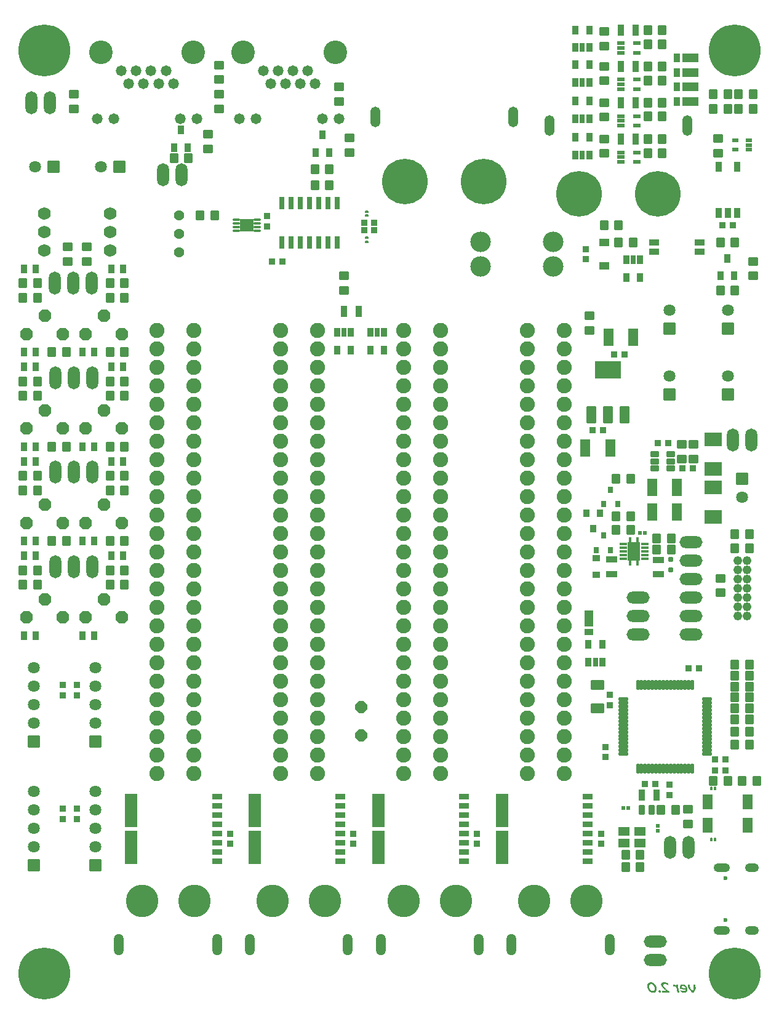
<source format=gbr>
%TF.GenerationSoftware,KiCad,Pcbnew,7.0.1*%
%TF.CreationDate,2023-03-31T00:04:03+09:00*%
%TF.ProjectId,(Eagle)PowerUnit-Bseries(ver2.0),28456167-6c65-4295-906f-776572556e69,rev?*%
%TF.SameCoordinates,Original*%
%TF.FileFunction,Soldermask,Bot*%
%TF.FilePolarity,Negative*%
%FSLAX46Y46*%
G04 Gerber Fmt 4.6, Leading zero omitted, Abs format (unit mm)*
G04 Created by KiCad (PCBNEW 7.0.1) date 2023-03-31 00:04:03*
%MOMM*%
%LPD*%
G01*
G04 APERTURE LIST*
G04 Aperture macros list*
%AMRoundRect*
0 Rectangle with rounded corners*
0 $1 Rounding radius*
0 $2 $3 $4 $5 $6 $7 $8 $9 X,Y pos of 4 corners*
0 Add a 4 corners polygon primitive as box body*
4,1,4,$2,$3,$4,$5,$6,$7,$8,$9,$2,$3,0*
0 Add four circle primitives for the rounded corners*
1,1,$1+$1,$2,$3*
1,1,$1+$1,$4,$5*
1,1,$1+$1,$6,$7*
1,1,$1+$1,$8,$9*
0 Add four rect primitives between the rounded corners*
20,1,$1+$1,$2,$3,$4,$5,0*
20,1,$1+$1,$4,$5,$6,$7,0*
20,1,$1+$1,$6,$7,$8,$9,0*
20,1,$1+$1,$8,$9,$2,$3,0*%
%AMFreePoly0*
4,1,17,0.386627,0.869901,0.869901,0.386627,0.888500,0.341726,0.888500,-0.341726,0.869901,-0.386627,0.386627,-0.869901,0.341726,-0.888500,-0.341726,-0.888500,-0.386627,-0.869901,-0.869901,-0.386627,-0.888500,-0.341726,-0.888500,0.341726,-0.869901,0.386627,-0.386627,0.869901,-0.341726,0.888500,0.341726,0.888500,0.386627,0.869901,0.386627,0.869901,$1*%
%AMFreePoly1*
4,1,17,0.355561,0.794901,0.794901,0.355561,0.813500,0.310660,0.813500,-0.310660,0.794901,-0.355561,0.355561,-0.794901,0.310660,-0.813500,-0.310660,-0.813500,-0.355561,-0.794901,-0.794901,-0.355561,-0.813500,-0.310660,-0.813500,0.310660,-0.794901,0.355561,-0.355561,0.794901,-0.310660,0.813500,0.310660,0.813500,0.355561,0.794901,0.355561,0.794901,$1*%
G04 Aperture macros list end*
%ADD10C,0.250000*%
%ADD11RoundRect,0.063500X0.750000X-0.750000X0.750000X0.750000X-0.750000X0.750000X-0.750000X-0.750000X0*%
%ADD12C,1.627000*%
%ADD13FreePoly0,0.000000*%
%ADD14RoundRect,0.063500X-0.750000X0.750000X-0.750000X-0.750000X0.750000X-0.750000X0.750000X0.750000X0*%
%ADD15C,4.477000*%
%ADD16O,1.327000X2.977000*%
%ADD17C,3.200000*%
%ADD18C,7.137400*%
%ADD19RoundRect,0.063500X-0.750000X-0.750000X0.750000X-0.750000X0.750000X0.750000X-0.750000X0.750000X0*%
%ADD20O,1.651000X3.175000*%
%ADD21C,3.250000*%
%ADD22C,1.477000*%
%ADD23C,0.600000*%
%ADD24O,2.227000X1.227000*%
%ADD25O,1.927000X1.227000*%
%ADD26O,3.175000X1.651000*%
%ADD27C,6.277000*%
%ADD28O,1.327000X2.827000*%
%ADD29C,2.077000*%
%ADD30C,1.762000*%
%ADD31C,1.227000*%
%ADD32C,2.827000*%
%ADD33C,1.427000*%
%ADD34FreePoly1,90.000000*%
%ADD35RoundRect,0.063500X-0.350000X-0.400000X0.350000X-0.400000X0.350000X0.400000X-0.350000X0.400000X0*%
%ADD36RoundRect,0.063500X-0.600000X0.500000X-0.600000X-0.500000X0.600000X-0.500000X0.600000X0.500000X0*%
%ADD37RoundRect,0.063500X0.175000X0.200000X-0.175000X0.200000X-0.175000X-0.200000X0.175000X-0.200000X0*%
%ADD38RoundRect,0.063500X-0.500000X-0.600000X0.500000X-0.600000X0.500000X0.600000X-0.500000X0.600000X0*%
%ADD39RoundRect,0.063500X0.500000X0.600000X-0.500000X0.600000X-0.500000X-0.600000X0.500000X-0.600000X0*%
%ADD40RoundRect,0.063500X0.600000X-0.500000X0.600000X0.500000X-0.600000X0.500000X-0.600000X-0.500000X0*%
%ADD41RoundRect,0.063500X-0.650000X-0.950000X0.650000X-0.950000X0.650000X0.950000X-0.650000X0.950000X0*%
%ADD42RoundRect,0.063500X0.400000X0.500000X-0.400000X0.500000X-0.400000X-0.500000X0.400000X-0.500000X0*%
%ADD43RoundRect,0.063500X0.300000X0.500000X-0.300000X0.500000X-0.300000X-0.500000X0.300000X-0.500000X0*%
%ADD44RoundRect,0.063500X0.400000X-0.350000X0.400000X0.350000X-0.400000X0.350000X-0.400000X-0.350000X0*%
%ADD45RoundRect,0.063500X-0.500000X0.350000X-0.500000X-0.350000X0.500000X-0.350000X0.500000X0.350000X0*%
%ADD46RoundRect,0.063500X0.325000X0.600000X-0.325000X0.600000X-0.325000X-0.600000X0.325000X-0.600000X0*%
%ADD47RoundRect,0.063500X-0.475000X0.225000X-0.475000X-0.225000X0.475000X-0.225000X0.475000X0.225000X0*%
%ADD48RoundRect,0.063500X0.610000X-0.455000X0.610000X0.455000X-0.610000X0.455000X-0.610000X-0.455000X0*%
%ADD49RoundRect,0.063500X-0.300000X-0.775000X0.300000X-0.775000X0.300000X0.775000X-0.300000X0.775000X0*%
%ADD50RoundRect,0.063500X-0.400000X-0.500000X0.400000X-0.500000X0.400000X0.500000X-0.400000X0.500000X0*%
%ADD51RoundRect,0.063500X-0.400000X-0.700000X0.400000X-0.700000X0.400000X0.700000X-0.400000X0.700000X0*%
%ADD52RoundRect,0.063500X0.150000X0.600000X-0.150000X0.600000X-0.150000X-0.600000X0.150000X-0.600000X0*%
%ADD53RoundRect,0.063500X0.600000X-0.150000X0.600000X0.150000X-0.600000X0.150000X-0.600000X-0.150000X0*%
%ADD54RoundRect,0.063500X0.400000X-0.500000X0.400000X0.500000X-0.400000X0.500000X-0.400000X-0.500000X0*%
%ADD55RoundRect,0.063500X-0.400000X0.350000X-0.400000X-0.350000X0.400000X-0.350000X0.400000X0.350000X0*%
%ADD56RoundRect,0.063500X-0.795000X2.220000X-0.795000X-2.220000X0.795000X-2.220000X0.795000X2.220000X0*%
%ADD57RoundRect,0.063500X0.635000X0.317500X-0.635000X0.317500X-0.635000X-0.317500X0.635000X-0.317500X0*%
%ADD58RoundRect,0.063500X0.600000X1.100000X-0.600000X1.100000X-0.600000X-1.100000X0.600000X-1.100000X0*%
%ADD59RoundRect,0.063500X1.750000X1.100000X-1.750000X1.100000X-1.750000X-1.100000X1.750000X-1.100000X0*%
%ADD60RoundRect,0.063500X-1.080000X0.890000X-1.080000X-0.890000X1.080000X-0.890000X1.080000X0.890000X0*%
%ADD61RoundRect,0.063500X0.375000X0.350000X-0.375000X0.350000X-0.375000X-0.350000X0.375000X-0.350000X0*%
%ADD62RoundRect,0.063500X-0.300000X-0.500000X0.300000X-0.500000X0.300000X0.500000X-0.300000X0.500000X0*%
%ADD63RoundRect,0.063500X0.125000X0.150000X-0.125000X0.150000X-0.125000X-0.150000X0.125000X-0.150000X0*%
%ADD64RoundRect,0.063500X0.400000X-0.550000X0.400000X0.550000X-0.400000X0.550000X-0.400000X-0.550000X0*%
%ADD65RoundRect,0.063500X1.000000X-0.550000X1.000000X0.550000X-1.000000X0.550000X-1.000000X-0.550000X0*%
%ADD66RoundRect,0.063500X-0.400000X0.200000X-0.400000X-0.200000X0.400000X-0.200000X0.400000X0.200000X0*%
%ADD67RoundRect,0.063500X0.550000X0.400000X-0.550000X0.400000X-0.550000X-0.400000X0.550000X-0.400000X0*%
%ADD68RoundRect,0.063500X0.550000X1.000000X-0.550000X1.000000X-0.550000X-1.000000X0.550000X-1.000000X0*%
%ADD69RoundRect,0.063500X0.350000X0.400000X-0.350000X0.400000X-0.350000X-0.400000X0.350000X-0.400000X0*%
%ADD70RoundRect,0.063500X-0.250000X0.265000X-0.250000X-0.265000X0.250000X-0.265000X0.250000X0.265000X0*%
%ADD71RoundRect,0.063500X-0.400000X-0.600000X0.400000X-0.600000X0.400000X0.600000X-0.400000X0.600000X0*%
%ADD72RoundRect,0.063500X-0.700000X0.400000X-0.700000X-0.400000X0.700000X-0.400000X0.700000X0.400000X0*%
%ADD73RoundRect,0.188500X-0.300000X0.000000X-0.300000X0.000000X0.300000X0.000000X0.300000X0.000000X0*%
%ADD74RoundRect,0.063500X-0.900000X0.825000X-0.900000X-0.825000X0.900000X-0.825000X0.900000X0.825000X0*%
%ADD75RoundRect,0.063500X0.150000X-0.125000X0.150000X0.125000X-0.150000X0.125000X-0.150000X-0.125000X0*%
%ADD76RoundRect,0.063500X-0.450000X-0.400000X0.450000X-0.400000X0.450000X0.400000X-0.450000X0.400000X0*%
%ADD77RoundRect,0.063500X-0.600000X-1.150000X0.600000X-1.150000X0.600000X1.150000X-0.600000X1.150000X0*%
%ADD78RoundRect,0.063500X-0.150000X0.125000X-0.150000X-0.125000X0.150000X-0.125000X0.150000X0.125000X0*%
%ADD79RoundRect,0.063500X-0.200000X0.175000X-0.200000X-0.175000X0.200000X-0.175000X0.200000X0.175000X0*%
%ADD80RoundRect,0.063500X1.080000X-0.890000X1.080000X0.890000X-1.080000X0.890000X-1.080000X-0.890000X0*%
%ADD81RoundRect,0.063500X0.850000X-0.600000X0.850000X0.600000X-0.850000X0.600000X-0.850000X-0.600000X0*%
%ADD82RoundRect,0.063500X0.300000X0.350000X-0.300000X0.350000X-0.300000X-0.350000X0.300000X-0.350000X0*%
%ADD83RoundRect,0.063500X-0.600000X0.400000X-0.600000X-0.400000X0.600000X-0.400000X0.600000X0.400000X0*%
%ADD84RoundRect,0.063500X0.425000X0.140000X-0.425000X0.140000X-0.425000X-0.140000X0.425000X-0.140000X0*%
%ADD85RoundRect,0.063500X0.825000X1.200000X-0.825000X1.200000X-0.825000X-1.200000X0.825000X-1.200000X0*%
%ADD86RoundRect,0.063500X0.140000X0.350000X-0.140000X0.350000X-0.140000X-0.350000X0.140000X-0.350000X0*%
%ADD87RoundRect,0.063500X0.700000X0.550000X-0.700000X0.550000X-0.700000X-0.550000X0.700000X-0.550000X0*%
%ADD88RoundRect,0.063500X-0.400000X-0.450000X0.400000X-0.450000X0.400000X0.450000X-0.400000X0.450000X0*%
%ADD89RoundRect,0.063500X0.600000X1.150000X-0.600000X1.150000X-0.600000X-1.150000X0.600000X-1.150000X0*%
G04 APERTURE END LIST*
D10*
G36*
X189565461Y-170328770D02*
G01*
X189569698Y-170349039D01*
X189573791Y-170368222D01*
X189577742Y-170386317D01*
X189581551Y-170403327D01*
X189586995Y-170426803D01*
X189592119Y-170447834D01*
X189596922Y-170466420D01*
X189601403Y-170482561D01*
X189606879Y-170500279D01*
X189612920Y-170516314D01*
X189616117Y-170522674D01*
X189626102Y-170539147D01*
X189637567Y-170555682D01*
X189652440Y-170575800D01*
X189664249Y-170591204D01*
X189677574Y-170608200D01*
X189692413Y-170626789D01*
X189708766Y-170646971D01*
X189726635Y-170668745D01*
X189746019Y-170692112D01*
X189766917Y-170717072D01*
X189777935Y-170730149D01*
X189789331Y-170743624D01*
X189801105Y-170757498D01*
X189813259Y-170771770D01*
X189825791Y-170786440D01*
X189838702Y-170801508D01*
X189851992Y-170816974D01*
X189865660Y-170832838D01*
X189879669Y-170849048D01*
X189893304Y-170864771D01*
X189906567Y-170880007D01*
X189919456Y-170894757D01*
X189931972Y-170909020D01*
X189944116Y-170922797D01*
X189955886Y-170936087D01*
X189967283Y-170948890D01*
X189988959Y-170973038D01*
X190009142Y-170995238D01*
X190027833Y-171015493D01*
X190045032Y-171033801D01*
X190060739Y-171050163D01*
X190074953Y-171064579D01*
X190087676Y-171077048D01*
X190103961Y-171092103D01*
X190116890Y-171102779D01*
X190128905Y-171110201D01*
X190145927Y-171113923D01*
X190165129Y-171115708D01*
X190182518Y-171116570D01*
X190202968Y-171117087D01*
X190221533Y-171117252D01*
X190226480Y-171117259D01*
X190244736Y-171117149D01*
X190265185Y-171116701D01*
X190282998Y-171115908D01*
X190300894Y-171114502D01*
X190318852Y-171111855D01*
X190325301Y-171110201D01*
X190339825Y-171097540D01*
X190353190Y-171079530D01*
X190365146Y-171060999D01*
X190374038Y-171046252D01*
X190383665Y-171029592D01*
X190394029Y-171011017D01*
X190405130Y-170990529D01*
X190416967Y-170968127D01*
X190429540Y-170943811D01*
X190442849Y-170917581D01*
X190456895Y-170889438D01*
X190471677Y-170859380D01*
X190479345Y-170843634D01*
X190486762Y-170828279D01*
X190493963Y-170813304D01*
X190507715Y-170784492D01*
X190520602Y-170757198D01*
X190532622Y-170731423D01*
X190543776Y-170707165D01*
X190554063Y-170684426D01*
X190563485Y-170663204D01*
X190572041Y-170643501D01*
X190579730Y-170625316D01*
X190586554Y-170608649D01*
X190595165Y-170586495D01*
X190601828Y-170567757D01*
X190607679Y-170548087D01*
X190609306Y-170540528D01*
X190611525Y-170520676D01*
X190612368Y-170498281D01*
X190612098Y-170479815D01*
X190611055Y-170459919D01*
X190609237Y-170438592D01*
X190606646Y-170415835D01*
X190603282Y-170391647D01*
X190600609Y-170374727D01*
X190597592Y-170357171D01*
X190594231Y-170338980D01*
X190590527Y-170320153D01*
X190588546Y-170310501D01*
X190585008Y-170294143D01*
X190580882Y-170275435D01*
X190577158Y-170258774D01*
X190573058Y-170240609D01*
X190568581Y-170220938D01*
X190563729Y-170199762D01*
X190559842Y-170182892D01*
X190555744Y-170165176D01*
X190551649Y-170147463D01*
X190547774Y-170130605D01*
X190542947Y-170109455D01*
X190538509Y-170089823D01*
X190534461Y-170071709D01*
X190530802Y-170055114D01*
X190526775Y-170036504D01*
X190523357Y-170020267D01*
X190516565Y-170004327D01*
X190501703Y-169995028D01*
X190493047Y-169994108D01*
X190474787Y-169994287D01*
X190456385Y-169994725D01*
X190439110Y-169995291D01*
X190420070Y-169996039D01*
X190399267Y-169996969D01*
X190381354Y-169997845D01*
X190363448Y-169998624D01*
X190346684Y-169999299D01*
X190327335Y-169999996D01*
X190309769Y-170000531D01*
X190291046Y-170000959D01*
X190272449Y-170001164D01*
X190270077Y-170001167D01*
X190254867Y-170008655D01*
X190254299Y-170024834D01*
X190258165Y-170043093D01*
X190262428Y-170061496D01*
X190266649Y-170078771D01*
X190271478Y-170097811D01*
X190275779Y-170114312D01*
X190280470Y-170131942D01*
X190281703Y-170136526D01*
X190286400Y-170154342D01*
X190290734Y-170171041D01*
X190295641Y-170190346D01*
X190299979Y-170207907D01*
X190304436Y-170226679D01*
X190308076Y-170242941D01*
X190309107Y-170247803D01*
X190313180Y-170267959D01*
X190316990Y-170287786D01*
X190320537Y-170307284D01*
X190323821Y-170326454D01*
X190326843Y-170345295D01*
X190329602Y-170363808D01*
X190332098Y-170381993D01*
X190334332Y-170399849D01*
X190336302Y-170417377D01*
X190338010Y-170434576D01*
X190339003Y-170445860D01*
X190338585Y-170464457D01*
X190335594Y-170484255D01*
X190331801Y-170501972D01*
X190326680Y-170522149D01*
X190320231Y-170544786D01*
X190315193Y-170561244D01*
X190309565Y-170578795D01*
X190303346Y-170597439D01*
X190296537Y-170617176D01*
X190289138Y-170638006D01*
X190281149Y-170659930D01*
X190272569Y-170682946D01*
X190263818Y-170705723D01*
X190255422Y-170727030D01*
X190247379Y-170746868D01*
X190239689Y-170765236D01*
X190232353Y-170782135D01*
X190225371Y-170797565D01*
X190215560Y-170817954D01*
X190206545Y-170835036D01*
X190195762Y-170852670D01*
X190184273Y-170866446D01*
X190174994Y-170871038D01*
X190158548Y-170862196D01*
X190144334Y-170849205D01*
X190131374Y-170835672D01*
X190116443Y-170818891D01*
X190105394Y-170805899D01*
X190093470Y-170791464D01*
X190080670Y-170775586D01*
X190066994Y-170758263D01*
X190052442Y-170739498D01*
X190037014Y-170719289D01*
X190020710Y-170697636D01*
X190012230Y-170686268D01*
X189995722Y-170664161D01*
X189980142Y-170643099D01*
X189965490Y-170623081D01*
X189951765Y-170604108D01*
X189938968Y-170586179D01*
X189927099Y-170569295D01*
X189916157Y-170553455D01*
X189906143Y-170538660D01*
X189892862Y-170518426D01*
X189881668Y-170500542D01*
X189872562Y-170485008D01*
X189863668Y-170467951D01*
X189859432Y-170457901D01*
X189854002Y-170441825D01*
X189848299Y-170423075D01*
X189842324Y-170401653D01*
X189837664Y-170383832D01*
X189832850Y-170364507D01*
X189827883Y-170343679D01*
X189822763Y-170321348D01*
X189817490Y-170297513D01*
X189813889Y-170280788D01*
X189810221Y-170263394D01*
X189808361Y-170254447D01*
X189804708Y-170235504D01*
X189801545Y-170216293D01*
X189798887Y-170198189D01*
X189796209Y-170178178D01*
X189794052Y-170160798D01*
X189791882Y-170142197D01*
X189791337Y-170137357D01*
X189789164Y-170118452D01*
X189787003Y-170100766D01*
X189784321Y-170080375D01*
X189781659Y-170061889D01*
X189779017Y-170045309D01*
X189775874Y-170027928D01*
X189774313Y-170020267D01*
X189765905Y-170005830D01*
X189753553Y-170002413D01*
X189735293Y-170002214D01*
X189716891Y-170001727D01*
X189699615Y-170001099D01*
X189680576Y-170000268D01*
X189659773Y-169999234D01*
X189641860Y-169998261D01*
X189623870Y-169997287D01*
X189607060Y-169996444D01*
X189587709Y-169995572D01*
X189570202Y-169994903D01*
X189551629Y-169994368D01*
X189533319Y-169994112D01*
X189530999Y-169994108D01*
X189520585Y-170010122D01*
X189519199Y-170026790D01*
X189519660Y-170049341D01*
X189520993Y-170067642D01*
X189523147Y-170088559D01*
X189526122Y-170112090D01*
X189529917Y-170138235D01*
X189534533Y-170166995D01*
X189539970Y-170198370D01*
X189542996Y-170215037D01*
X189546227Y-170232359D01*
X189549664Y-170250334D01*
X189553305Y-170268962D01*
X189557152Y-170288245D01*
X189561204Y-170308180D01*
X189565461Y-170328770D01*
G37*
G36*
X188817941Y-169967712D02*
G01*
X188846532Y-169969126D01*
X188874858Y-169971955D01*
X188902917Y-169976197D01*
X188930710Y-169981855D01*
X188958238Y-169988926D01*
X188985499Y-169997412D01*
X189012494Y-170007312D01*
X189039224Y-170018627D01*
X189065687Y-170031356D01*
X189091884Y-170045499D01*
X189117816Y-170061057D01*
X189143481Y-170078028D01*
X189168880Y-170096415D01*
X189194014Y-170116215D01*
X189218881Y-170137430D01*
X189231215Y-170148568D01*
X189253980Y-170170603D01*
X189275669Y-170193112D01*
X189296280Y-170216095D01*
X189315814Y-170239551D01*
X189334272Y-170263481D01*
X189351653Y-170287884D01*
X189367956Y-170312762D01*
X189383183Y-170338112D01*
X189397332Y-170363937D01*
X189410405Y-170390234D01*
X189422401Y-170417006D01*
X189433320Y-170444251D01*
X189443162Y-170471970D01*
X189451926Y-170500162D01*
X189459614Y-170528828D01*
X189466225Y-170557967D01*
X189472376Y-170590461D01*
X189477125Y-170622131D01*
X189480472Y-170652977D01*
X189482419Y-170682998D01*
X189482964Y-170712196D01*
X189482107Y-170740570D01*
X189479849Y-170768120D01*
X189476190Y-170794846D01*
X189471130Y-170820748D01*
X189464668Y-170845827D01*
X189456805Y-170870081D01*
X189447541Y-170893511D01*
X189436875Y-170916118D01*
X189424808Y-170937900D01*
X189411339Y-170958859D01*
X189396470Y-170978993D01*
X189380301Y-170998100D01*
X189363038Y-171015973D01*
X189344683Y-171032614D01*
X189325235Y-171048022D01*
X189304693Y-171062198D01*
X189283058Y-171075141D01*
X189260330Y-171086851D01*
X189236509Y-171097329D01*
X189211594Y-171106574D01*
X189185587Y-171114586D01*
X189158486Y-171121366D01*
X189130292Y-171126913D01*
X189101005Y-171131227D01*
X189070625Y-171134309D01*
X189039151Y-171136158D01*
X189006585Y-171136774D01*
X188990214Y-171136599D01*
X188957811Y-171135194D01*
X188925859Y-171132385D01*
X188894358Y-171128171D01*
X188863308Y-171122553D01*
X188832709Y-171115530D01*
X188802561Y-171107102D01*
X188772863Y-171097270D01*
X188743617Y-171086033D01*
X188714821Y-171073392D01*
X188686476Y-171059346D01*
X188658582Y-171043896D01*
X188631139Y-171027041D01*
X188604147Y-171008781D01*
X188577606Y-170989117D01*
X188564505Y-170978758D01*
X188551516Y-170968048D01*
X188538640Y-170956987D01*
X188537284Y-170955779D01*
X188524996Y-170944102D01*
X188514973Y-170930413D01*
X188517600Y-170916205D01*
X188522423Y-170898534D01*
X188527351Y-170881678D01*
X188532185Y-170865653D01*
X188537809Y-170847371D01*
X188542061Y-170833402D01*
X188547150Y-170816855D01*
X188552582Y-170799511D01*
X188557735Y-170783595D01*
X188563968Y-170767235D01*
X188575179Y-170764743D01*
X188588454Y-170773088D01*
X188603151Y-170782361D01*
X188617945Y-170791732D01*
X188639566Y-170804554D01*
X188661244Y-170816548D01*
X188682981Y-170827715D01*
X188704777Y-170838054D01*
X188726631Y-170847567D01*
X188748543Y-170856252D01*
X188770513Y-170864111D01*
X188792542Y-170871142D01*
X188814630Y-170877346D01*
X188836776Y-170882722D01*
X188858980Y-170887272D01*
X188881242Y-170890994D01*
X188903563Y-170893889D01*
X188925943Y-170895957D01*
X188948380Y-170897198D01*
X188970876Y-170897612D01*
X188983904Y-170897376D01*
X189003055Y-170896142D01*
X189021740Y-170893849D01*
X189039957Y-170890497D01*
X189057708Y-170886088D01*
X189074991Y-170880620D01*
X189091807Y-170874094D01*
X189108156Y-170866509D01*
X189124038Y-170857866D01*
X189139453Y-170848165D01*
X189154400Y-170837406D01*
X189169208Y-170825413D01*
X189182491Y-170812945D01*
X189194248Y-170800004D01*
X189204479Y-170786588D01*
X189215748Y-170767961D01*
X189224305Y-170748492D01*
X189230151Y-170728179D01*
X189233284Y-170707022D01*
X189233706Y-170685023D01*
X189192449Y-170681425D01*
X189152394Y-170677899D01*
X189113542Y-170674444D01*
X189075893Y-170671061D01*
X189039446Y-170667749D01*
X189004202Y-170664508D01*
X188970161Y-170661339D01*
X188937322Y-170658241D01*
X188905686Y-170655215D01*
X188875253Y-170652260D01*
X188846022Y-170649376D01*
X188817994Y-170646563D01*
X188791168Y-170643822D01*
X188765546Y-170641153D01*
X188741125Y-170638554D01*
X188717908Y-170636027D01*
X188695893Y-170633572D01*
X188675081Y-170631188D01*
X188655472Y-170628875D01*
X188637065Y-170626633D01*
X188603859Y-170622364D01*
X188575464Y-170618381D01*
X188551880Y-170614683D01*
X188533106Y-170611270D01*
X188509990Y-170605302D01*
X188491228Y-170597374D01*
X188474386Y-170587707D01*
X188459464Y-170576302D01*
X188446463Y-170563158D01*
X188435382Y-170548275D01*
X188426221Y-170531653D01*
X188418981Y-170513293D01*
X188413661Y-170493194D01*
X188408607Y-170466254D01*
X188404760Y-170439826D01*
X188402119Y-170413911D01*
X188400685Y-170388509D01*
X188400596Y-170378751D01*
X188666473Y-170378751D01*
X188667135Y-170398720D01*
X188670262Y-170419286D01*
X188675158Y-170427344D01*
X188690504Y-170436829D01*
X188706391Y-170442605D01*
X188723086Y-170447083D01*
X188742925Y-170451258D01*
X188773300Y-170457040D01*
X188803079Y-170462449D01*
X188832260Y-170467485D01*
X188860845Y-170472148D01*
X188888833Y-170476438D01*
X188916224Y-170480355D01*
X188943018Y-170483899D01*
X188969216Y-170487070D01*
X188994816Y-170489868D01*
X189019820Y-170492292D01*
X189044226Y-170494344D01*
X189068036Y-170496023D01*
X189091249Y-170497329D01*
X189113865Y-170498261D01*
X189135885Y-170498821D01*
X189157307Y-170499007D01*
X189173085Y-170497875D01*
X189188969Y-170491519D01*
X189193430Y-170475340D01*
X189190480Y-170462548D01*
X189184917Y-170443658D01*
X189177990Y-170425125D01*
X189169697Y-170406950D01*
X189160040Y-170389133D01*
X189149018Y-170371674D01*
X189136631Y-170354572D01*
X189122879Y-170337827D01*
X189107762Y-170321440D01*
X189091280Y-170305411D01*
X189073434Y-170289740D01*
X189061057Y-170279684D01*
X189042400Y-170265817D01*
X189023634Y-170253409D01*
X189004759Y-170242461D01*
X188985774Y-170232973D01*
X188966679Y-170224944D01*
X188947475Y-170218375D01*
X188928162Y-170213266D01*
X188908739Y-170209617D01*
X188889206Y-170207427D01*
X188869564Y-170206697D01*
X188863731Y-170206761D01*
X188846611Y-170207709D01*
X188824670Y-170210746D01*
X188803740Y-170215806D01*
X188783823Y-170222891D01*
X188764918Y-170231999D01*
X188747025Y-170243132D01*
X188730144Y-170256289D01*
X188714275Y-170271471D01*
X188700145Y-170287858D01*
X188688480Y-170304843D01*
X188679280Y-170322425D01*
X188672546Y-170340604D01*
X188668277Y-170359379D01*
X188666473Y-170378751D01*
X188400596Y-170378751D01*
X188400458Y-170363619D01*
X188401438Y-170339241D01*
X188403624Y-170315376D01*
X188407017Y-170292024D01*
X188411617Y-170269184D01*
X188417424Y-170246856D01*
X188424437Y-170225041D01*
X188432657Y-170203739D01*
X188442083Y-170182949D01*
X188452717Y-170162672D01*
X188464557Y-170142907D01*
X188477604Y-170123655D01*
X188491917Y-170104750D01*
X188507038Y-170087064D01*
X188522967Y-170070598D01*
X188539704Y-170055352D01*
X188557248Y-170041326D01*
X188575600Y-170028519D01*
X188594760Y-170016932D01*
X188614728Y-170006565D01*
X188635503Y-169997417D01*
X188657086Y-169989489D01*
X188679476Y-169982781D01*
X188702675Y-169977292D01*
X188726681Y-169973023D01*
X188751495Y-169969974D01*
X188777116Y-169968145D01*
X188803546Y-169967535D01*
X188817941Y-169967712D01*
G37*
G36*
X187482754Y-170017776D02*
G01*
X187487694Y-170040931D01*
X187492860Y-170063684D01*
X187498252Y-170086036D01*
X187503871Y-170107987D01*
X187509716Y-170129536D01*
X187515787Y-170150684D01*
X187522085Y-170171431D01*
X187528609Y-170191776D01*
X187535359Y-170211719D01*
X187542335Y-170231261D01*
X187547112Y-170244067D01*
X187555169Y-170260007D01*
X187569511Y-170269586D01*
X187575346Y-170270225D01*
X187592709Y-170269738D01*
X187609927Y-170268648D01*
X187627420Y-170267184D01*
X187644217Y-170265549D01*
X187647178Y-170265242D01*
X187664140Y-170263408D01*
X187681937Y-170261748D01*
X187699648Y-170260482D01*
X187717846Y-170259850D01*
X187719425Y-170259845D01*
X187737097Y-170260171D01*
X187754095Y-170261149D01*
X187778327Y-170263838D01*
X187801040Y-170267995D01*
X187822235Y-170273618D01*
X187841913Y-170280709D01*
X187860072Y-170289267D01*
X187876713Y-170299291D01*
X187891836Y-170310783D01*
X187905440Y-170323742D01*
X187917527Y-170338168D01*
X187921218Y-170343302D01*
X187931838Y-170361669D01*
X187940304Y-170380201D01*
X187946637Y-170396339D01*
X187952955Y-170414397D01*
X187959259Y-170434375D01*
X187965548Y-170456272D01*
X187971822Y-170480089D01*
X187975997Y-170497033D01*
X187980166Y-170514831D01*
X187984327Y-170533481D01*
X187988483Y-170552985D01*
X188015472Y-170682116D01*
X188019033Y-170699581D01*
X188022868Y-170719174D01*
X188026974Y-170740895D01*
X188030233Y-170758582D01*
X188033645Y-170777466D01*
X188037211Y-170797547D01*
X188040929Y-170818825D01*
X188044801Y-170841300D01*
X188048827Y-170864972D01*
X188051595Y-170881418D01*
X188054364Y-170897865D01*
X188058389Y-170921537D01*
X188062261Y-170944012D01*
X188065980Y-170965290D01*
X188069545Y-170985371D01*
X188072957Y-171004255D01*
X188076216Y-171021942D01*
X188079322Y-171038432D01*
X188083224Y-171058557D01*
X188086854Y-171076554D01*
X188087719Y-171080720D01*
X188093777Y-171097580D01*
X188106077Y-171109570D01*
X188120521Y-171112692D01*
X188137710Y-171112632D01*
X188155226Y-171112486D01*
X188175312Y-171112253D01*
X188194013Y-171111991D01*
X188214498Y-171111669D01*
X188227645Y-171111446D01*
X188245032Y-171111154D01*
X188265161Y-171110844D01*
X188283505Y-171110595D01*
X188303162Y-171110376D01*
X188320251Y-171110244D01*
X188334770Y-171110201D01*
X188350679Y-171105335D01*
X188355856Y-171089213D01*
X188354701Y-171080720D01*
X188350763Y-171061805D01*
X188346424Y-171041181D01*
X188341683Y-171018850D01*
X188336541Y-170994810D01*
X188332891Y-170977835D01*
X188329061Y-170960101D01*
X188325053Y-170941608D01*
X188320867Y-170922356D01*
X188316503Y-170902344D01*
X188311960Y-170881574D01*
X188307238Y-170860044D01*
X188302338Y-170837756D01*
X188297260Y-170814708D01*
X188292003Y-170790902D01*
X188286695Y-170767090D01*
X188281565Y-170744028D01*
X188276613Y-170721715D01*
X188271840Y-170700152D01*
X188267245Y-170679338D01*
X188262828Y-170659273D01*
X188258590Y-170639957D01*
X188254530Y-170621391D01*
X188250649Y-170603574D01*
X188246946Y-170586507D01*
X188243422Y-170570189D01*
X188238470Y-170547116D01*
X188233919Y-170525730D01*
X188229770Y-170506030D01*
X188228476Y-170499838D01*
X188224761Y-170481629D01*
X188221193Y-170463644D01*
X188217774Y-170445885D01*
X188214501Y-170428350D01*
X188211377Y-170411039D01*
X188208400Y-170393953D01*
X188205570Y-170377092D01*
X188202888Y-170360456D01*
X188197967Y-170327857D01*
X188193637Y-170296156D01*
X188189897Y-170265354D01*
X188186747Y-170235451D01*
X188184188Y-170206446D01*
X188182219Y-170178340D01*
X188180840Y-170151132D01*
X188180052Y-170124823D01*
X188179854Y-170099412D01*
X188180246Y-170074900D01*
X188181229Y-170051286D01*
X188182802Y-170028571D01*
X188182387Y-170014454D01*
X188173564Y-169999694D01*
X188163287Y-169994108D01*
X188145883Y-169992746D01*
X188126055Y-169991150D01*
X188107680Y-169989642D01*
X188087623Y-169987971D01*
X188070366Y-169986518D01*
X188052031Y-169984961D01*
X188042460Y-169984143D01*
X188019979Y-169981175D01*
X187999870Y-169978499D01*
X187982133Y-169976115D01*
X187962174Y-169973390D01*
X187943155Y-169970714D01*
X187926430Y-169968119D01*
X187924955Y-169967535D01*
X187914977Y-169980966D01*
X187913634Y-169999324D01*
X187914403Y-170017206D01*
X187916054Y-170034373D01*
X187917897Y-170048916D01*
X187920291Y-170067990D01*
X187922134Y-170088256D01*
X187922659Y-170107330D01*
X187920499Y-170123861D01*
X187914160Y-170130298D01*
X187907932Y-170127807D01*
X187891074Y-170117307D01*
X187874236Y-170106827D01*
X187857419Y-170096368D01*
X187840622Y-170085929D01*
X187823845Y-170075510D01*
X187807088Y-170065111D01*
X187800391Y-170060958D01*
X187785781Y-170052524D01*
X187767591Y-170042784D01*
X187749482Y-170033936D01*
X187731455Y-170025981D01*
X187713508Y-170018917D01*
X187695643Y-170012746D01*
X187684962Y-170009471D01*
X187666141Y-170004250D01*
X187649298Y-170000725D01*
X187631400Y-169997949D01*
X187612448Y-169995924D01*
X187592441Y-169994648D01*
X187575677Y-169994168D01*
X187567042Y-169994108D01*
X187546197Y-169994478D01*
X187528297Y-169995588D01*
X187510065Y-169998014D01*
X187492271Y-170003353D01*
X187482754Y-170017776D01*
G37*
G36*
X185941068Y-170882249D02*
G01*
X185944894Y-170899719D01*
X185949060Y-170917635D01*
X185953155Y-170934638D01*
X185957818Y-170953528D01*
X185961957Y-170969997D01*
X185966460Y-170987673D01*
X185967642Y-170992280D01*
X185972138Y-171010173D01*
X185976284Y-171026898D01*
X185980973Y-171046163D01*
X185985115Y-171063603D01*
X185989363Y-171082122D01*
X185993322Y-171100407D01*
X185993800Y-171102727D01*
X186001338Y-171117620D01*
X186016530Y-171126331D01*
X186034653Y-171128860D01*
X186036982Y-171128885D01*
X186054134Y-171126787D01*
X186072665Y-171125155D01*
X186092102Y-171123513D01*
X186109371Y-171122086D01*
X186128946Y-171120492D01*
X186143277Y-171119335D01*
X186166512Y-171117703D01*
X186183166Y-171116704D01*
X186200751Y-171115776D01*
X186219267Y-171114919D01*
X186238714Y-171114134D01*
X186259092Y-171113421D01*
X186280401Y-171112779D01*
X186302640Y-171112208D01*
X186325811Y-171111708D01*
X186349913Y-171111280D01*
X186374946Y-171110923D01*
X186400910Y-171110638D01*
X186427804Y-171110424D01*
X186455630Y-171110281D01*
X186484387Y-171110209D01*
X186499114Y-171110201D01*
X186520764Y-171110252D01*
X186538712Y-171110359D01*
X186558128Y-171110525D01*
X186579011Y-171110749D01*
X186601361Y-171111031D01*
X186625177Y-171111372D01*
X186641870Y-171111631D01*
X186659215Y-171111916D01*
X186677212Y-171112228D01*
X186695861Y-171112565D01*
X186715162Y-171112929D01*
X186735115Y-171113318D01*
X186745336Y-171113522D01*
X186765567Y-171113975D01*
X186785157Y-171114398D01*
X186804104Y-171114792D01*
X186822409Y-171115157D01*
X186840072Y-171115493D01*
X186857093Y-171115799D01*
X186881419Y-171116204D01*
X186904300Y-171116544D01*
X186925737Y-171116818D01*
X186945728Y-171117026D01*
X186964274Y-171117168D01*
X186981374Y-171117245D01*
X186991972Y-171117259D01*
X187009251Y-171113422D01*
X187019311Y-171099457D01*
X187020206Y-171094007D01*
X187015224Y-170925846D01*
X187001775Y-170915258D01*
X186983521Y-170909082D01*
X186965788Y-170904670D01*
X186948783Y-170901141D01*
X186929275Y-170897612D01*
X186912487Y-170894542D01*
X186891885Y-170890348D01*
X186873320Y-170886037D01*
X186856793Y-170881609D01*
X186838999Y-170875910D01*
X186821847Y-170868830D01*
X186809278Y-170861488D01*
X186785850Y-170843796D01*
X186762379Y-170825702D01*
X186738866Y-170807205D01*
X186715310Y-170788307D01*
X186691713Y-170769006D01*
X186668074Y-170749303D01*
X186644392Y-170729197D01*
X186620668Y-170708690D01*
X186596902Y-170687780D01*
X186573094Y-170666468D01*
X186549243Y-170644753D01*
X186525351Y-170622637D01*
X186501416Y-170600118D01*
X186477439Y-170577197D01*
X186465435Y-170565586D01*
X186453420Y-170553874D01*
X186441395Y-170542061D01*
X186429359Y-170530148D01*
X186413980Y-170514670D01*
X186399035Y-170499427D01*
X186384525Y-170484421D01*
X186370450Y-170469650D01*
X186356810Y-170455116D01*
X186343604Y-170440817D01*
X186330833Y-170426755D01*
X186318497Y-170412928D01*
X186306595Y-170399338D01*
X186295128Y-170385983D01*
X186284096Y-170372865D01*
X186273498Y-170359982D01*
X186253607Y-170334925D01*
X186235454Y-170310812D01*
X186219040Y-170287643D01*
X186204365Y-170265418D01*
X186191429Y-170244136D01*
X186180231Y-170223799D01*
X186170772Y-170204406D01*
X186163051Y-170185956D01*
X186157070Y-170168451D01*
X186152827Y-170151889D01*
X186149511Y-170132443D01*
X186147815Y-170113654D01*
X186147740Y-170095522D01*
X186149285Y-170078046D01*
X186152450Y-170061228D01*
X186157235Y-170045066D01*
X186163641Y-170029561D01*
X186171667Y-170014713D01*
X186181314Y-170000522D01*
X186192580Y-169986988D01*
X186200992Y-169978330D01*
X186213639Y-169966903D01*
X186226980Y-169956600D01*
X186241014Y-169947420D01*
X186255741Y-169939365D01*
X186271162Y-169932434D01*
X186287276Y-169926627D01*
X186304084Y-169921943D01*
X186321585Y-169918384D01*
X186339779Y-169915949D01*
X186358667Y-169914637D01*
X186371644Y-169914388D01*
X186390794Y-169914752D01*
X186410098Y-169915847D01*
X186429555Y-169917672D01*
X186449166Y-169920226D01*
X186468929Y-169923511D01*
X186488846Y-169927525D01*
X186508916Y-169932269D01*
X186529139Y-169937743D01*
X186549516Y-169943947D01*
X186570046Y-169950881D01*
X186583818Y-169955909D01*
X186602768Y-169963370D01*
X186621836Y-169971427D01*
X186641020Y-169980082D01*
X186660321Y-169989333D01*
X186679738Y-169999182D01*
X186699273Y-170009627D01*
X186714000Y-170017853D01*
X186728794Y-170026414D01*
X186738692Y-170032308D01*
X186754652Y-170042040D01*
X186771609Y-170052379D01*
X186787569Y-170062111D01*
X186802531Y-170071234D01*
X186806787Y-170073829D01*
X186819243Y-170073829D01*
X186825929Y-170057699D01*
X186825329Y-170040450D01*
X186824226Y-170031893D01*
X186821591Y-170013807D01*
X186819451Y-169997015D01*
X186817231Y-169977839D01*
X186815266Y-169959505D01*
X186814261Y-169949681D01*
X186814594Y-169930489D01*
X186814971Y-169913552D01*
X186815542Y-169894478D01*
X186816365Y-169876274D01*
X186818154Y-169859294D01*
X186820074Y-169861240D01*
X186809660Y-169847097D01*
X186798068Y-169838404D01*
X186777721Y-169825009D01*
X186756543Y-169812075D01*
X186741962Y-169803707D01*
X186727011Y-169795544D01*
X186711690Y-169787585D01*
X186696000Y-169779831D01*
X186679940Y-169772281D01*
X186663509Y-169764935D01*
X186646710Y-169757794D01*
X186629540Y-169750857D01*
X186612000Y-169744124D01*
X186594091Y-169737596D01*
X186575812Y-169731272D01*
X186557163Y-169725153D01*
X186538144Y-169719237D01*
X186519768Y-169713908D01*
X186501593Y-169708922D01*
X186483618Y-169704280D01*
X186465845Y-169699982D01*
X186448273Y-169696028D01*
X186430903Y-169692417D01*
X186413733Y-169689151D01*
X186396764Y-169686228D01*
X186379997Y-169683649D01*
X186363431Y-169681414D01*
X186338958Y-169678706D01*
X186314938Y-169676772D01*
X186291371Y-169675612D01*
X186268256Y-169675225D01*
X186242365Y-169675613D01*
X186217217Y-169676775D01*
X186192812Y-169678714D01*
X186169150Y-169681427D01*
X186146230Y-169684916D01*
X186124054Y-169689180D01*
X186102620Y-169694219D01*
X186081929Y-169700034D01*
X186061981Y-169706624D01*
X186042776Y-169713989D01*
X186024314Y-169722129D01*
X186006594Y-169731045D01*
X185989617Y-169740736D01*
X185973384Y-169751202D01*
X185957893Y-169762444D01*
X185943144Y-169774461D01*
X185927423Y-169788839D01*
X185913061Y-169803947D01*
X185900058Y-169819785D01*
X185888414Y-169836353D01*
X185878130Y-169853651D01*
X185869204Y-169871679D01*
X185861638Y-169890437D01*
X185855431Y-169909924D01*
X185850583Y-169930141D01*
X185847094Y-169951088D01*
X185844964Y-169972765D01*
X185844194Y-169995172D01*
X185844783Y-170018309D01*
X185846731Y-170042176D01*
X185850038Y-170066772D01*
X185854704Y-170092099D01*
X185862235Y-170120777D01*
X185873200Y-170150864D01*
X185879972Y-170166436D01*
X185887602Y-170182359D01*
X185896090Y-170198634D01*
X185905438Y-170215261D01*
X185915644Y-170232240D01*
X185926709Y-170249571D01*
X185938633Y-170267254D01*
X185951416Y-170285289D01*
X185965058Y-170303676D01*
X185979558Y-170322415D01*
X185994917Y-170341506D01*
X186011135Y-170360949D01*
X186028212Y-170380744D01*
X186046148Y-170400890D01*
X186064942Y-170421389D01*
X186084596Y-170442240D01*
X186105108Y-170463442D01*
X186126479Y-170484997D01*
X186148708Y-170506904D01*
X186171797Y-170529162D01*
X186195744Y-170551772D01*
X186220550Y-170574735D01*
X186246215Y-170598049D01*
X186272739Y-170621716D01*
X186300122Y-170645734D01*
X186328363Y-170670104D01*
X186357463Y-170694826D01*
X186387422Y-170719900D01*
X186402182Y-170733888D01*
X186414503Y-170745298D01*
X186427897Y-170757497D01*
X186442364Y-170770483D01*
X186457904Y-170784258D01*
X186474517Y-170798822D01*
X186492203Y-170814173D01*
X186510962Y-170830313D01*
X186524064Y-170841511D01*
X186537643Y-170853059D01*
X186551698Y-170864957D01*
X186558905Y-170871038D01*
X186541308Y-170872242D01*
X186523571Y-170872982D01*
X186506432Y-170873373D01*
X186487784Y-170873527D01*
X186484997Y-170873529D01*
X186456746Y-170873416D01*
X186427944Y-170873075D01*
X186398591Y-170872507D01*
X186368686Y-170871713D01*
X186338229Y-170870691D01*
X186307221Y-170869442D01*
X186275662Y-170867966D01*
X186243551Y-170866263D01*
X186210889Y-170864333D01*
X186177675Y-170862176D01*
X186160861Y-170861012D01*
X186143910Y-170859791D01*
X186126820Y-170858514D01*
X186109593Y-170857180D01*
X186092228Y-170855789D01*
X186074725Y-170854342D01*
X186057084Y-170852837D01*
X186039305Y-170851276D01*
X186021388Y-170849658D01*
X186003334Y-170847984D01*
X185985142Y-170846252D01*
X185966812Y-170844464D01*
X185956846Y-170843219D01*
X185941973Y-170850689D01*
X185938985Y-170867041D01*
X185941068Y-170882249D01*
G37*
G36*
X185483919Y-170962385D02*
G01*
X185488285Y-170979551D01*
X185494118Y-170996173D01*
X185501416Y-171012249D01*
X185510181Y-171027781D01*
X185520412Y-171042767D01*
X185532110Y-171057209D01*
X185545273Y-171071106D01*
X185559903Y-171084457D01*
X185575467Y-171096719D01*
X185591433Y-171107346D01*
X185607802Y-171116338D01*
X185624572Y-171123695D01*
X185641745Y-171129417D01*
X185659320Y-171133504D01*
X185677298Y-171135957D01*
X185695678Y-171136774D01*
X185713713Y-171135931D01*
X185730659Y-171133401D01*
X185750309Y-171127866D01*
X185768255Y-171119695D01*
X185784499Y-171108889D01*
X185799040Y-171095447D01*
X185809446Y-171082796D01*
X185819857Y-171066500D01*
X185827733Y-171049271D01*
X185833075Y-171031110D01*
X185835883Y-171012016D01*
X185836157Y-170991989D01*
X185834551Y-170975296D01*
X185832283Y-170962385D01*
X185827942Y-170945056D01*
X185822188Y-170928363D01*
X185815019Y-170912306D01*
X185806436Y-170896885D01*
X185796438Y-170882099D01*
X185785026Y-170867950D01*
X185772200Y-170854436D01*
X185757959Y-170841558D01*
X185742785Y-170829783D01*
X185727156Y-170819577D01*
X185711073Y-170810942D01*
X185694536Y-170803877D01*
X185677544Y-170798382D01*
X185660099Y-170794457D01*
X185642199Y-170792102D01*
X185623846Y-170791317D01*
X185605706Y-170792109D01*
X185588656Y-170794483D01*
X185568877Y-170799677D01*
X185550801Y-170807345D01*
X185534427Y-170817486D01*
X185519757Y-170830101D01*
X185509247Y-170841973D01*
X185498119Y-170858269D01*
X185489646Y-170875498D01*
X185483829Y-170893660D01*
X185480669Y-170912754D01*
X185480164Y-170932781D01*
X185481672Y-170949473D01*
X185483919Y-170962385D01*
G37*
G36*
X184452999Y-169675445D02*
G01*
X184470389Y-169676104D01*
X184487679Y-169677203D01*
X184504867Y-169678741D01*
X184521953Y-169680719D01*
X184538938Y-169683137D01*
X184555822Y-169685994D01*
X184572605Y-169689290D01*
X184589286Y-169693026D01*
X184605865Y-169697202D01*
X184622344Y-169701817D01*
X184638721Y-169706872D01*
X184654996Y-169712366D01*
X184671171Y-169718300D01*
X184687244Y-169724673D01*
X184703215Y-169731486D01*
X184719085Y-169738739D01*
X184734854Y-169746431D01*
X184750521Y-169754562D01*
X184766087Y-169763133D01*
X184781552Y-169772144D01*
X184796915Y-169781594D01*
X184812177Y-169791484D01*
X184827338Y-169801813D01*
X184842397Y-169812582D01*
X184857355Y-169823790D01*
X184872211Y-169835438D01*
X184886966Y-169847525D01*
X184901620Y-169860052D01*
X184916172Y-169873019D01*
X184930623Y-169886425D01*
X184944973Y-169900270D01*
X184958264Y-169913533D01*
X184971254Y-169926954D01*
X184983943Y-169940535D01*
X184996329Y-169954274D01*
X185008414Y-169968172D01*
X185020198Y-169982229D01*
X185031679Y-169996446D01*
X185042859Y-170010821D01*
X185053737Y-170025355D01*
X185064314Y-170040048D01*
X185074589Y-170054900D01*
X185084562Y-170069911D01*
X185094234Y-170085081D01*
X185103603Y-170100409D01*
X185112672Y-170115897D01*
X185121438Y-170131544D01*
X185129903Y-170147349D01*
X185138066Y-170163314D01*
X185145928Y-170179438D01*
X185153487Y-170195720D01*
X185160746Y-170212162D01*
X185167702Y-170228762D01*
X185174357Y-170245521D01*
X185180710Y-170262440D01*
X185186761Y-170279517D01*
X185192511Y-170296753D01*
X185197959Y-170314148D01*
X185203105Y-170331702D01*
X185207950Y-170349415D01*
X185212493Y-170367287D01*
X185216734Y-170385318D01*
X185220674Y-170403508D01*
X185224306Y-170421726D01*
X185227570Y-170439789D01*
X185230469Y-170457697D01*
X185233001Y-170475450D01*
X185235166Y-170493049D01*
X185236965Y-170510492D01*
X185238397Y-170527781D01*
X185239462Y-170544914D01*
X185240161Y-170561893D01*
X185240494Y-170578717D01*
X185240059Y-170611900D01*
X185238158Y-170644463D01*
X185234791Y-170676407D01*
X185229958Y-170707731D01*
X185223658Y-170738436D01*
X185215893Y-170768521D01*
X185206661Y-170797986D01*
X185195962Y-170826832D01*
X185183798Y-170855059D01*
X185170167Y-170882665D01*
X185155070Y-170909653D01*
X185137633Y-170937156D01*
X185119057Y-170962884D01*
X185099343Y-170986838D01*
X185078490Y-171009018D01*
X185056498Y-171029424D01*
X185033368Y-171048055D01*
X185009099Y-171064911D01*
X184983691Y-171079994D01*
X184957145Y-171093302D01*
X184929461Y-171104835D01*
X184900637Y-171114594D01*
X184870676Y-171122579D01*
X184839575Y-171128789D01*
X184807336Y-171133225D01*
X184790790Y-171134778D01*
X184773959Y-171135887D01*
X184756843Y-171136552D01*
X184739442Y-171136774D01*
X184721848Y-171136552D01*
X184704358Y-171135887D01*
X184686973Y-171134778D01*
X184669693Y-171133225D01*
X184652517Y-171131229D01*
X184635446Y-171128789D01*
X184618480Y-171125906D01*
X184601618Y-171122579D01*
X184584860Y-171118808D01*
X184568208Y-171114594D01*
X184551660Y-171109937D01*
X184535216Y-171104835D01*
X184518877Y-171099290D01*
X184502643Y-171093302D01*
X184486513Y-171086870D01*
X184470488Y-171079994D01*
X184454568Y-171072674D01*
X184438752Y-171064911D01*
X184423041Y-171056705D01*
X184407434Y-171048055D01*
X184391932Y-171038961D01*
X184376535Y-171029424D01*
X184361242Y-171019443D01*
X184346054Y-171009018D01*
X184330971Y-170998150D01*
X184315992Y-170986838D01*
X184301117Y-170975083D01*
X184286348Y-170962884D01*
X184271683Y-170950242D01*
X184257122Y-170937156D01*
X184242667Y-170923626D01*
X184228315Y-170909653D01*
X184215074Y-170896312D01*
X184202133Y-170882811D01*
X184189490Y-170869151D01*
X184177147Y-170855331D01*
X184165103Y-170841351D01*
X184153358Y-170827212D01*
X184141913Y-170812913D01*
X184130766Y-170798454D01*
X184119919Y-170783835D01*
X184109371Y-170769056D01*
X184099123Y-170754118D01*
X184089174Y-170739020D01*
X184079524Y-170723762D01*
X184070173Y-170708344D01*
X184061121Y-170692767D01*
X184052369Y-170677030D01*
X184043916Y-170661133D01*
X184035762Y-170645076D01*
X184027907Y-170628860D01*
X184020352Y-170612484D01*
X184013096Y-170595948D01*
X184006139Y-170579252D01*
X183999482Y-170562396D01*
X183993123Y-170545381D01*
X183987064Y-170528206D01*
X183981304Y-170510872D01*
X183975844Y-170493377D01*
X183970682Y-170475723D01*
X183965820Y-170457909D01*
X183961257Y-170439935D01*
X183956994Y-170421802D01*
X183953029Y-170403508D01*
X183949397Y-170385242D01*
X183946131Y-170367137D01*
X183943231Y-170349193D01*
X183940696Y-170331410D01*
X183938527Y-170313789D01*
X183936724Y-170296330D01*
X183935287Y-170279032D01*
X183934921Y-170273183D01*
X184207146Y-170273183D01*
X184207478Y-170293931D01*
X184208619Y-170315068D01*
X184210567Y-170336594D01*
X184213322Y-170358510D01*
X184216886Y-170380814D01*
X184221257Y-170403508D01*
X184226168Y-170425219D01*
X184231767Y-170446651D01*
X184238053Y-170467805D01*
X184245028Y-170488679D01*
X184252690Y-170509274D01*
X184261039Y-170529590D01*
X184270077Y-170549627D01*
X184279802Y-170569386D01*
X184290214Y-170588865D01*
X184301315Y-170608065D01*
X184313103Y-170626987D01*
X184325579Y-170645629D01*
X184338742Y-170663993D01*
X184352594Y-170682077D01*
X184367133Y-170699883D01*
X184382359Y-170717409D01*
X184399887Y-170736013D01*
X184417594Y-170753416D01*
X184435479Y-170769619D01*
X184453542Y-170784622D01*
X184471784Y-170798424D01*
X184490204Y-170811027D01*
X184508803Y-170822429D01*
X184527580Y-170832631D01*
X184546535Y-170841632D01*
X184565669Y-170849434D01*
X184584982Y-170856035D01*
X184604472Y-170861436D01*
X184624141Y-170865637D01*
X184643989Y-170868637D01*
X184664015Y-170870438D01*
X184684219Y-170871038D01*
X184704813Y-170870452D01*
X184724657Y-170868696D01*
X184743752Y-170865768D01*
X184762097Y-170861670D01*
X184779694Y-170856400D01*
X184796541Y-170849959D01*
X184812638Y-170842348D01*
X184827986Y-170833565D01*
X184842585Y-170823611D01*
X184856435Y-170812486D01*
X184869535Y-170800191D01*
X184881886Y-170786724D01*
X184893488Y-170772086D01*
X184904340Y-170756277D01*
X184914443Y-170739297D01*
X184923797Y-170721146D01*
X184931340Y-170704140D01*
X184938089Y-170686755D01*
X184944043Y-170668990D01*
X184949203Y-170650845D01*
X184953567Y-170632321D01*
X184957137Y-170613418D01*
X184959912Y-170594135D01*
X184961893Y-170574472D01*
X184963078Y-170554430D01*
X184963469Y-170534008D01*
X184963065Y-170513207D01*
X184961867Y-170492026D01*
X184959873Y-170470466D01*
X184957085Y-170448526D01*
X184953502Y-170426207D01*
X184949125Y-170403508D01*
X184943991Y-170380522D01*
X184938245Y-170357965D01*
X184931885Y-170335835D01*
X184924913Y-170314134D01*
X184917327Y-170292861D01*
X184909128Y-170272016D01*
X184900316Y-170251599D01*
X184890891Y-170231610D01*
X184880853Y-170212050D01*
X184870202Y-170192917D01*
X184858938Y-170174213D01*
X184847060Y-170155938D01*
X184834570Y-170138090D01*
X184821466Y-170120670D01*
X184807750Y-170103679D01*
X184793420Y-170087116D01*
X184776717Y-170069418D01*
X184759723Y-170052861D01*
X184742436Y-170037446D01*
X184724858Y-170023173D01*
X184706988Y-170010042D01*
X184688825Y-169998053D01*
X184670371Y-169987205D01*
X184651625Y-169977500D01*
X184632587Y-169968936D01*
X184613257Y-169961514D01*
X184593635Y-169955234D01*
X184573721Y-169950096D01*
X184553515Y-169946099D01*
X184533017Y-169943245D01*
X184512227Y-169941532D01*
X184491145Y-169940961D01*
X184470247Y-169941532D01*
X184450110Y-169943245D01*
X184430736Y-169946099D01*
X184412125Y-169950096D01*
X184394276Y-169955234D01*
X184377189Y-169961514D01*
X184360864Y-169968936D01*
X184345302Y-169977500D01*
X184330501Y-169987205D01*
X184316464Y-169998053D01*
X184303188Y-170010042D01*
X184290675Y-170023173D01*
X184278924Y-170037446D01*
X184267936Y-170052861D01*
X184257709Y-170069418D01*
X184248246Y-170087116D01*
X184240501Y-170103971D01*
X184233564Y-170121215D01*
X184227435Y-170138849D01*
X184222113Y-170156872D01*
X184217599Y-170175284D01*
X184213893Y-170194085D01*
X184210995Y-170213276D01*
X184208904Y-170232856D01*
X184207621Y-170252825D01*
X184207146Y-170273183D01*
X183934921Y-170273183D01*
X183934215Y-170261895D01*
X183933509Y-170244919D01*
X183933169Y-170228105D01*
X183933586Y-170194961D01*
X183935465Y-170162463D01*
X183938808Y-170130610D01*
X183943614Y-170099402D01*
X183949883Y-170068840D01*
X183957614Y-170038924D01*
X183966809Y-170009653D01*
X183977467Y-169981028D01*
X183989587Y-169953048D01*
X184003171Y-169925713D01*
X184018218Y-169899025D01*
X184035661Y-169871924D01*
X184054257Y-169846572D01*
X184074004Y-169822968D01*
X184094902Y-169801112D01*
X184116952Y-169781005D01*
X184140154Y-169762647D01*
X184164507Y-169746037D01*
X184190012Y-169731175D01*
X184216668Y-169718062D01*
X184244476Y-169706697D01*
X184273436Y-169697080D01*
X184303547Y-169689212D01*
X184334809Y-169683093D01*
X184367223Y-169678722D01*
X184383862Y-169677192D01*
X184400789Y-169676099D01*
X184418004Y-169675443D01*
X184435507Y-169675225D01*
X184452999Y-169675445D01*
G37*
D11*
%TO.C,SPOW*%
X197001100Y-100383600D03*
D12*
X197001100Y-102923600D03*
%TD*%
D13*
%TO.C,TP5*%
X101051100Y-104003600D03*
X98551100Y-106503600D03*
X103551100Y-106503600D03*
%TD*%
%TO.C,TP1*%
X101051100Y-78003600D03*
X98551100Y-80503600D03*
X103551100Y-80503600D03*
%TD*%
D14*
%TO.C,Encoder4*%
X108001100Y-153583600D03*
D12*
X108001100Y-151043600D03*
X108001100Y-148503600D03*
X108001100Y-145963600D03*
X108001100Y-143423600D03*
%TD*%
D15*
%TO.C,Motor1*%
X121601100Y-158503600D03*
X114401100Y-158503600D03*
D16*
X124751100Y-164503600D03*
X111251100Y-164503600D03*
%TD*%
D17*
%TO.C,H1*%
X101001100Y-41503600D03*
D18*
X101001100Y-41503600D03*
%TD*%
D19*
%TO.C,Emergency1*%
X102271100Y-57503600D03*
D12*
X99731100Y-57503600D03*
%TD*%
D13*
%TO.C,TP6*%
X109151100Y-104003600D03*
X106651100Y-106503600D03*
X111651100Y-106503600D03*
%TD*%
D20*
%TO.C,JP10*%
X107541100Y-112503600D03*
X105001100Y-112503600D03*
X102461100Y-112503600D03*
%TD*%
D21*
%TO.C,RJ45_1*%
X121501100Y-41703600D03*
X108801100Y-41703600D03*
D22*
X111581100Y-44243600D03*
X112601100Y-46023600D03*
X113621100Y-44243600D03*
X114641100Y-46023600D03*
X115661100Y-44243600D03*
X116681100Y-46023600D03*
X117701100Y-44243600D03*
X118721100Y-46023600D03*
X122011100Y-50843600D03*
X119721100Y-50843600D03*
X110581100Y-50843600D03*
X108291100Y-50843600D03*
%TD*%
D13*
%TO.C,TP7*%
X101051100Y-117003600D03*
X98551100Y-119503600D03*
X103551100Y-119503600D03*
%TD*%
D23*
%TO.C,USB1*%
X194671100Y-161133600D03*
X194671100Y-155353600D03*
D24*
X194171100Y-162563600D03*
D25*
X198351100Y-162563600D03*
X198351100Y-153923600D03*
D24*
X194171100Y-153923600D03*
%TD*%
D26*
%TO.C,BOOTMODE*%
X185061100Y-164093600D03*
X185061100Y-166633600D03*
%TD*%
D20*
%TO.C,JP1*%
X107541100Y-86503600D03*
X105001100Y-86503600D03*
X102461100Y-86503600D03*
%TD*%
D13*
%TO.C,TP8*%
X109151100Y-117003600D03*
X106651100Y-119503600D03*
X111651100Y-119503600D03*
%TD*%
D20*
%TO.C,JP7*%
X119821100Y-58583600D03*
X117281100Y-58583600D03*
%TD*%
D27*
%TO.C,BATTERY*%
X185421100Y-61253600D03*
X174521100Y-61253600D03*
D28*
X170521100Y-51853600D03*
X189421100Y-51853600D03*
%TD*%
D15*
%TO.C,CON4*%
X175601100Y-158503600D03*
X168401100Y-158503600D03*
D16*
X178751100Y-164503600D03*
X165251100Y-164503600D03*
%TD*%
D14*
%TO.C,Encoder3*%
X99500000Y-153583600D03*
D12*
X99500000Y-151043600D03*
X99500000Y-148503600D03*
X99500000Y-145963600D03*
X99500000Y-143423600D03*
%TD*%
D29*
%TO.C,EDGE3*%
X155541100Y-140983600D03*
X155541100Y-138443600D03*
X155541100Y-135903600D03*
X155541100Y-133363600D03*
X155541100Y-130823600D03*
X155541100Y-128283600D03*
X155541100Y-125743600D03*
X155541100Y-123203600D03*
X155541100Y-120663600D03*
X155541100Y-118123600D03*
X155541100Y-115583600D03*
X155541100Y-113043600D03*
X155541100Y-110503600D03*
X155541100Y-107963600D03*
X155541100Y-105423600D03*
X155541100Y-102883600D03*
X155541100Y-100343600D03*
X155541100Y-97803600D03*
X155541100Y-95263600D03*
X155541100Y-92723600D03*
X155541100Y-90183600D03*
X155541100Y-87643600D03*
X155541100Y-85103600D03*
X155541100Y-82563600D03*
X155541100Y-80023600D03*
X150461100Y-80023600D03*
X150461100Y-82563600D03*
X150461100Y-85103600D03*
X150461100Y-87643600D03*
X150461100Y-90183600D03*
X150461100Y-92723600D03*
X150461100Y-95263600D03*
X150461100Y-97803600D03*
X150461100Y-100343600D03*
X150461100Y-102883600D03*
X150461100Y-105423600D03*
X150461100Y-107963600D03*
X150461100Y-110503600D03*
X150461100Y-113043600D03*
X150461100Y-115583600D03*
X150461100Y-118123600D03*
X150461100Y-120663600D03*
X150461100Y-123203600D03*
X150461100Y-125743600D03*
X150461100Y-128283600D03*
X150461100Y-130823600D03*
X150461100Y-133363600D03*
X150461100Y-135903600D03*
X150461100Y-138443600D03*
X150461100Y-140983600D03*
%TD*%
D14*
%TO.C,Encoder2*%
X108001100Y-136583600D03*
D12*
X108001100Y-134043600D03*
X108001100Y-131503600D03*
X108001100Y-128963600D03*
X108001100Y-126423600D03*
%TD*%
D29*
%TO.C,EDGE1*%
X121541100Y-140983600D03*
X121541100Y-138443600D03*
X121541100Y-135903600D03*
X121541100Y-133363600D03*
X121541100Y-130823600D03*
X121541100Y-128283600D03*
X121541100Y-125743600D03*
X121541100Y-123203600D03*
X121541100Y-120663600D03*
X121541100Y-118123600D03*
X121541100Y-115583600D03*
X121541100Y-113043600D03*
X121541100Y-110503600D03*
X121541100Y-107963600D03*
X121541100Y-105423600D03*
X121541100Y-102883600D03*
X121541100Y-100343600D03*
X121541100Y-97803600D03*
X121541100Y-95263600D03*
X121541100Y-92723600D03*
X121541100Y-90183600D03*
X121541100Y-87643600D03*
X121541100Y-85103600D03*
X121541100Y-82563600D03*
X121541100Y-80023600D03*
X116461100Y-80023600D03*
X116461100Y-82563600D03*
X116461100Y-85103600D03*
X116461100Y-87643600D03*
X116461100Y-90183600D03*
X116461100Y-92723600D03*
X116461100Y-95263600D03*
X116461100Y-97803600D03*
X116461100Y-100343600D03*
X116461100Y-102883600D03*
X116461100Y-105423600D03*
X116461100Y-107963600D03*
X116461100Y-110503600D03*
X116461100Y-113043600D03*
X116461100Y-115583600D03*
X116461100Y-118123600D03*
X116461100Y-120663600D03*
X116461100Y-123203600D03*
X116461100Y-125743600D03*
X116461100Y-128283600D03*
X116461100Y-130823600D03*
X116461100Y-133363600D03*
X116461100Y-135903600D03*
X116461100Y-138443600D03*
X116461100Y-140983600D03*
%TD*%
D17*
%TO.C,H3*%
X196001100Y-168503600D03*
D18*
X196001100Y-168503600D03*
%TD*%
D14*
%TO.C,Encoder1*%
X99500000Y-136583600D03*
D12*
X99500000Y-134043600D03*
X99500000Y-131503600D03*
X99500000Y-128963600D03*
X99500000Y-126423600D03*
%TD*%
D30*
%TO.C,SW4*%
X101001100Y-63963600D03*
X101001100Y-66503600D03*
X101001100Y-69043600D03*
%TD*%
D19*
%TO.C,INV_SW2*%
X111271100Y-57503600D03*
D12*
X108731100Y-57503600D03*
%TD*%
D29*
%TO.C,EDGE2*%
X138541100Y-140983600D03*
X138541100Y-138443600D03*
X138541100Y-135903600D03*
X138541100Y-133363600D03*
X138541100Y-130823600D03*
X138541100Y-128283600D03*
X138541100Y-125743600D03*
X138541100Y-123203600D03*
X138541100Y-120663600D03*
X138541100Y-118123600D03*
X138541100Y-115583600D03*
X138541100Y-113043600D03*
X138541100Y-110503600D03*
X138541100Y-107963600D03*
X138541100Y-105423600D03*
X138541100Y-102883600D03*
X138541100Y-100343600D03*
X138541100Y-97803600D03*
X138541100Y-95263600D03*
X138541100Y-92723600D03*
X138541100Y-90183600D03*
X138541100Y-87643600D03*
X138541100Y-85103600D03*
X138541100Y-82563600D03*
X138541100Y-80023600D03*
X133461100Y-80023600D03*
X133461100Y-82563600D03*
X133461100Y-85103600D03*
X133461100Y-87643600D03*
X133461100Y-90183600D03*
X133461100Y-92723600D03*
X133461100Y-95263600D03*
X133461100Y-97803600D03*
X133461100Y-100343600D03*
X133461100Y-102883600D03*
X133461100Y-105423600D03*
X133461100Y-107963600D03*
X133461100Y-110503600D03*
X133461100Y-113043600D03*
X133461100Y-115583600D03*
X133461100Y-118123600D03*
X133461100Y-120663600D03*
X133461100Y-123203600D03*
X133461100Y-125743600D03*
X133461100Y-128283600D03*
X133461100Y-130823600D03*
X133461100Y-133363600D03*
X133461100Y-135903600D03*
X133461100Y-138443600D03*
X133461100Y-140983600D03*
%TD*%
D15*
%TO.C,Motor3*%
X157601100Y-158503600D03*
X150401100Y-158503600D03*
D16*
X160751100Y-164503600D03*
X147251100Y-164503600D03*
%TD*%
D20*
%TO.C,SPOW*%
X198271100Y-95053600D03*
X195731100Y-95053600D03*
%TD*%
D27*
%TO.C,THRU*%
X150551100Y-59503600D03*
X161451100Y-59503600D03*
D28*
X146551100Y-50603600D03*
X165451100Y-50603600D03*
%TD*%
D31*
%TO.C,ML1*%
X197636100Y-119263600D03*
X196366100Y-119263600D03*
X197636100Y-117993600D03*
X196366100Y-117993600D03*
X197636100Y-116723600D03*
X196366100Y-116723600D03*
X197636100Y-115453600D03*
X196366100Y-115453600D03*
X197636100Y-114183600D03*
X196366100Y-114183600D03*
X197636100Y-112913600D03*
X196366100Y-112913600D03*
X197636100Y-111643600D03*
X196366100Y-111643600D03*
%TD*%
D20*
%TO.C,JP8*%
X107461100Y-73503600D03*
X104921100Y-73503600D03*
X102381100Y-73503600D03*
%TD*%
%TO.C,GND*%
X101771100Y-48713600D03*
X99231100Y-48713600D03*
%TD*%
D13*
%TO.C,TP3*%
X101051100Y-91003600D03*
X98551100Y-93503600D03*
X103551100Y-93503600D03*
%TD*%
D14*
%TO.C,CTRL2*%
X195001100Y-88773600D03*
D12*
X195001100Y-86233600D03*
%TD*%
D21*
%TO.C,RJ45_2*%
X141001100Y-41703600D03*
X128301100Y-41703600D03*
D22*
X131081100Y-44243600D03*
X132101100Y-46023600D03*
X133121100Y-44243600D03*
X134141100Y-46023600D03*
X135161100Y-44243600D03*
X136181100Y-46023600D03*
X137201100Y-44243600D03*
X138221100Y-46023600D03*
X141511100Y-50843600D03*
X139221100Y-50843600D03*
X130081100Y-50843600D03*
X127791100Y-50843600D03*
%TD*%
D20*
%TO.C,ECHO*%
X189651100Y-151103600D03*
X187111100Y-151103600D03*
%TD*%
D14*
%TO.C,THRU2*%
X187001100Y-88773600D03*
D12*
X187001100Y-86233600D03*
%TD*%
D13*
%TO.C,TP2*%
X109151100Y-78003600D03*
X106651100Y-80503600D03*
X111651100Y-80503600D03*
%TD*%
D20*
%TO.C,JP9*%
X107541100Y-99503600D03*
X105001100Y-99503600D03*
X102461100Y-99503600D03*
%TD*%
D13*
%TO.C,TP4*%
X109151100Y-91003600D03*
X106651100Y-93503600D03*
X111651100Y-93503600D03*
%TD*%
D26*
%TO.C,JP11*%
X190001100Y-121853600D03*
X190001100Y-119313600D03*
X190001100Y-116773600D03*
X190001100Y-114233600D03*
X190001100Y-111693600D03*
X190001100Y-109153600D03*
%TD*%
D14*
%TO.C,THRU1*%
X187001100Y-79773600D03*
D12*
X187001100Y-77233600D03*
%TD*%
D26*
%TO.C,JP6*%
X182701100Y-121843600D03*
X182701100Y-119303600D03*
X182701100Y-116763600D03*
%TD*%
D15*
%TO.C,MOTER*%
X139601100Y-158503600D03*
X132401100Y-158503600D03*
D16*
X142751100Y-164503600D03*
X129251100Y-164503600D03*
%TD*%
D32*
%TO.C,FUSE1*%
X161041100Y-67803600D03*
X161041100Y-71203600D03*
X170961100Y-67803600D03*
X170961100Y-71203600D03*
%TD*%
D33*
%TO.C,SW1*%
X119501100Y-66703600D03*
X119501100Y-69243600D03*
X119501100Y-64163600D03*
%TD*%
D29*
%TO.C,EDGE4*%
X172541100Y-140983600D03*
X172541100Y-138443600D03*
X172541100Y-135903600D03*
X172541100Y-133363600D03*
X172541100Y-130823600D03*
X172541100Y-128283600D03*
X172541100Y-125743600D03*
X172541100Y-123203600D03*
X172541100Y-120663600D03*
X172541100Y-118123600D03*
X172541100Y-115583600D03*
X172541100Y-113043600D03*
X172541100Y-110503600D03*
X172541100Y-107963600D03*
X172541100Y-105423600D03*
X172541100Y-102883600D03*
X172541100Y-100343600D03*
X172541100Y-97803600D03*
X172541100Y-95263600D03*
X172541100Y-92723600D03*
X172541100Y-90183600D03*
X172541100Y-87643600D03*
X172541100Y-85103600D03*
X172541100Y-82563600D03*
X172541100Y-80023600D03*
X167461100Y-80023600D03*
X167461100Y-82563600D03*
X167461100Y-85103600D03*
X167461100Y-87643600D03*
X167461100Y-90183600D03*
X167461100Y-92723600D03*
X167461100Y-95263600D03*
X167461100Y-97803600D03*
X167461100Y-100343600D03*
X167461100Y-102883600D03*
X167461100Y-105423600D03*
X167461100Y-107963600D03*
X167461100Y-110503600D03*
X167461100Y-113043600D03*
X167461100Y-115583600D03*
X167461100Y-118123600D03*
X167461100Y-120663600D03*
X167461100Y-123203600D03*
X167461100Y-125743600D03*
X167461100Y-128283600D03*
X167461100Y-130823600D03*
X167461100Y-133363600D03*
X167461100Y-135903600D03*
X167461100Y-138443600D03*
X167461100Y-140983600D03*
%TD*%
D30*
%TO.C,SW5*%
X110001100Y-63963600D03*
X110001100Y-66503600D03*
X110001100Y-69043600D03*
%TD*%
D14*
%TO.C,CTRL1*%
X195001100Y-79773600D03*
D12*
X195001100Y-77233600D03*
%TD*%
D34*
%TO.C,R3*%
X144601100Y-135743600D03*
X144601100Y-131806600D03*
%TD*%
D17*
%TO.C,H2*%
X196001100Y-41503600D03*
D18*
X196001100Y-41503600D03*
%TD*%
D35*
%TO.C,C11*%
X179401100Y-83273600D03*
X180801100Y-83273600D03*
%TD*%
D36*
%TO.C,R78*%
X193701100Y-53603600D03*
X193701100Y-55603600D03*
%TD*%
D37*
%TO.C,C68*%
X183576100Y-107853600D03*
X182926100Y-107853600D03*
%TD*%
D38*
%TO.C,R70*%
X110001100Y-109003600D03*
X112001100Y-109003600D03*
%TD*%
D39*
%TO.C,R43*%
X195001100Y-49503600D03*
X193001100Y-49503600D03*
%TD*%
D38*
%TO.C,R11*%
X196001100Y-137003600D03*
X198001100Y-137003600D03*
%TD*%
%TO.C,R72*%
X184001100Y-55653600D03*
X186001100Y-55653600D03*
%TD*%
%TO.C,R115*%
X194001100Y-74503600D03*
X196001100Y-74503600D03*
%TD*%
D40*
%TO.C,R18*%
X190311100Y-97713600D03*
X190311100Y-95713600D03*
%TD*%
D38*
%TO.C,R107*%
X110001100Y-115003600D03*
X112001100Y-115003600D03*
%TD*%
D41*
%TO.C,X3*%
X192221100Y-144903600D03*
X197721100Y-144903600D03*
X197721100Y-148103600D03*
X192221100Y-148103600D03*
%TD*%
D42*
%TO.C,U23*%
X174051100Y-45853600D03*
D43*
X175001100Y-45853600D03*
D42*
X175951100Y-45853600D03*
X174051100Y-43453600D03*
X175951100Y-43453600D03*
%TD*%
D38*
%TO.C,R17*%
X180951100Y-153803600D03*
X182951100Y-153803600D03*
%TD*%
D39*
%TO.C,R12*%
X181651100Y-105553600D03*
X179651100Y-105553600D03*
%TD*%
D42*
%TO.C,C48*%
X99801100Y-85003600D03*
X98201100Y-85003600D03*
%TD*%
D40*
%TO.C,R59*%
X106801100Y-70503600D03*
X106801100Y-68503600D03*
%TD*%
D38*
%TO.C,R104*%
X98001100Y-113003600D03*
X100001100Y-113003600D03*
%TD*%
%TO.C,R63*%
X102001100Y-96003600D03*
X104001100Y-96003600D03*
%TD*%
D42*
%TO.C,C39*%
X99801100Y-96003600D03*
X98201100Y-96003600D03*
%TD*%
%TO.C,U13*%
X174051100Y-50853600D03*
D43*
X175001100Y-50853600D03*
D42*
X175951100Y-50853600D03*
X174051100Y-48453600D03*
X175951100Y-48453600D03*
%TD*%
%TO.C,C40*%
X107801100Y-96003600D03*
X106201100Y-96003600D03*
%TD*%
D36*
%TO.C,R19*%
X188681100Y-95713600D03*
X188681100Y-97713600D03*
%TD*%
D42*
%TO.C,C54*%
X99801100Y-111003600D03*
X98201100Y-111003600D03*
%TD*%
D38*
%TO.C,R14*%
X138191100Y-60063600D03*
X140191100Y-60063600D03*
%TD*%
D44*
%TO.C,C18*%
X178801100Y-131553600D03*
X178801100Y-130153600D03*
%TD*%
D45*
%TO.C,U5*%
X184991600Y-97053600D03*
X187190600Y-98003600D03*
X187190600Y-97053600D03*
X184991600Y-98953600D03*
X184991600Y-98003600D03*
X187190600Y-98953600D03*
%TD*%
D46*
%TO.C,FB1*%
X184525100Y-145985600D03*
X183175100Y-145985600D03*
%TD*%
D38*
%TO.C,R38*%
X138201100Y-57803600D03*
X140201100Y-57803600D03*
%TD*%
D42*
%TO.C,C59*%
X107801100Y-109003600D03*
X106201100Y-109003600D03*
%TD*%
D39*
%TO.C,R76*%
X181651100Y-107453600D03*
X179651100Y-107453600D03*
%TD*%
D40*
%TO.C,R68*%
X178001100Y-50653600D03*
X178001100Y-48653600D03*
%TD*%
D38*
%TO.C,R7*%
X122401100Y-64203600D03*
X124401100Y-64203600D03*
%TD*%
D40*
%TO.C,R23*%
X178001100Y-40853600D03*
X178001100Y-38853600D03*
%TD*%
D47*
%TO.C,U7*%
X180301100Y-40503600D03*
X182501100Y-40503600D03*
X180301100Y-41803600D03*
X182501100Y-41803600D03*
X180301100Y-41153600D03*
%TD*%
%TO.C,U12*%
X180301100Y-50503600D03*
X182501100Y-50503600D03*
X180301100Y-51803600D03*
X182501100Y-51803600D03*
X180301100Y-51153600D03*
%TD*%
D48*
%TO.C,ZD1*%
X178001100Y-71138600D03*
X178001100Y-67868600D03*
%TD*%
D40*
%TO.C,R28*%
X189536100Y-147910600D03*
X189536100Y-145910600D03*
%TD*%
D39*
%TO.C,R20*%
X181651100Y-100403600D03*
X179651100Y-100403600D03*
%TD*%
%TO.C,R4*%
X196001100Y-67903600D03*
X194001100Y-67903600D03*
%TD*%
D42*
%TO.C,U25*%
X174051100Y-55853600D03*
D43*
X175001100Y-55853600D03*
D42*
X175951100Y-55853600D03*
X174051100Y-53453600D03*
X175951100Y-53453600D03*
%TD*%
D49*
%TO.C,U2*%
X136231100Y-62503600D03*
X137501100Y-62503600D03*
X140041100Y-67903600D03*
X141311100Y-67903600D03*
X134961100Y-67903600D03*
X140041100Y-62503600D03*
X138771100Y-62503600D03*
X134961100Y-62503600D03*
X138771100Y-67903600D03*
X137501100Y-67903600D03*
X136231100Y-67903600D03*
X133691100Y-62503600D03*
X133691100Y-67903600D03*
X141311100Y-62503600D03*
%TD*%
D39*
%TO.C,R29*%
X198001100Y-129003600D03*
X196001100Y-129003600D03*
%TD*%
D40*
%TO.C,R58*%
X104201100Y-70503600D03*
X104201100Y-68503600D03*
%TD*%
D50*
%TO.C,C45*%
X110201100Y-71503600D03*
X111801100Y-71503600D03*
%TD*%
D39*
%TO.C,R42*%
X195001100Y-47503600D03*
X193001100Y-47503600D03*
%TD*%
D51*
%TO.C,C23*%
X183211100Y-143943600D03*
X185211100Y-143943600D03*
%TD*%
D52*
%TO.C,U1*%
X190141100Y-140263600D03*
X189641100Y-140263600D03*
X189141100Y-140263600D03*
X188641100Y-140263600D03*
X188141100Y-140263600D03*
X187641100Y-140263600D03*
X187141100Y-140263600D03*
X186641100Y-140263600D03*
X186141100Y-140263600D03*
X185641100Y-140263600D03*
X185141100Y-140263600D03*
X184641100Y-140263600D03*
X184141100Y-140263600D03*
X183641100Y-140263600D03*
X183141100Y-140263600D03*
X182641100Y-140263600D03*
D53*
X180641100Y-138263600D03*
X180641100Y-137763600D03*
X180641100Y-137263600D03*
X180641100Y-136763600D03*
X180641100Y-136263600D03*
X180641100Y-135763600D03*
X180641100Y-135263600D03*
X180641100Y-134763600D03*
X180641100Y-134263600D03*
X180641100Y-133763600D03*
X180641100Y-133263600D03*
X180641100Y-132763600D03*
X180641100Y-132263600D03*
X180641100Y-131763600D03*
X180641100Y-131263600D03*
X180641100Y-130763600D03*
D52*
X182641100Y-128763600D03*
X183141100Y-128763600D03*
X183641100Y-128763600D03*
X184141100Y-128763600D03*
X184641100Y-128763600D03*
X185141100Y-128763600D03*
X185641100Y-128763600D03*
X186141100Y-128763600D03*
X186641100Y-128763600D03*
X187141100Y-128763600D03*
X187641100Y-128763600D03*
X188141100Y-128763600D03*
X188641100Y-128763600D03*
X189141100Y-128763600D03*
X189641100Y-128763600D03*
X190141100Y-128763600D03*
D53*
X192141100Y-130763600D03*
X192141100Y-131263600D03*
X192141100Y-131763600D03*
X192141100Y-132263600D03*
X192141100Y-132763600D03*
X192141100Y-133263600D03*
X192141100Y-133763600D03*
X192141100Y-134263600D03*
X192141100Y-134763600D03*
X192141100Y-135263600D03*
X192141100Y-135763600D03*
X192141100Y-136263600D03*
X192141100Y-136763600D03*
X192141100Y-137263600D03*
X192141100Y-137763600D03*
X192141100Y-138263600D03*
%TD*%
D54*
%TO.C,TR2*%
X140201100Y-55503600D03*
X139251100Y-53103600D03*
X138301100Y-55503600D03*
%TD*%
D38*
%TO.C,R99*%
X98001100Y-100003600D03*
X100001100Y-100003600D03*
%TD*%
D55*
%TO.C,C33*%
X105501100Y-128803600D03*
X105501100Y-130203600D03*
%TD*%
D56*
%TO.C,U8*%
X146936100Y-146063600D03*
X146936100Y-151163600D03*
D57*
X158726100Y-145438600D03*
X158726100Y-146708600D03*
X158726100Y-150518600D03*
X158726100Y-151788600D03*
X158726100Y-149248600D03*
X158726100Y-147978600D03*
X158726100Y-144168600D03*
X158726100Y-153058600D03*
%TD*%
D35*
%TO.C,C8*%
X188801100Y-99003600D03*
X190201100Y-99003600D03*
%TD*%
D58*
%TO.C,U$4*%
X180801100Y-91603600D03*
X176201100Y-91603600D03*
X178501100Y-91603600D03*
D59*
X178501100Y-85403600D03*
%TD*%
D54*
%TO.C,TR1*%
X120701100Y-54823600D03*
X119751100Y-52423600D03*
X118801100Y-54823600D03*
%TD*%
D39*
%TO.C,R30*%
X198001100Y-130503600D03*
X196001100Y-130503600D03*
%TD*%
D38*
%TO.C,R33*%
X110001100Y-83003600D03*
X112001100Y-83003600D03*
%TD*%
D39*
%TO.C,R31*%
X198001100Y-132003600D03*
X196001100Y-132003600D03*
%TD*%
D56*
%TO.C,U9*%
X163936100Y-146063600D03*
X163936100Y-151163600D03*
D57*
X175726100Y-145438600D03*
X175726100Y-146708600D03*
X175726100Y-150518600D03*
X175726100Y-151788600D03*
X175726100Y-149248600D03*
X175726100Y-147978600D03*
X175726100Y-144168600D03*
X175726100Y-153058600D03*
%TD*%
D38*
%TO.C,R27*%
X185831100Y-145985600D03*
X187831100Y-145985600D03*
%TD*%
D60*
%TO.C,D1*%
X193001100Y-95028600D03*
X193001100Y-99078600D03*
%TD*%
D61*
%TO.C,X1*%
X146376100Y-66203600D03*
X145026100Y-65203600D03*
X146376100Y-65203600D03*
X145026100Y-66203600D03*
%TD*%
D56*
%TO.C,U6*%
X129936100Y-146063600D03*
X129936100Y-151163600D03*
D57*
X141726100Y-145438600D03*
X141726100Y-146708600D03*
X141726100Y-150518600D03*
X141726100Y-151788600D03*
X141726100Y-149248600D03*
X141726100Y-147978600D03*
X141726100Y-144168600D03*
X141726100Y-153058600D03*
%TD*%
D38*
%TO.C,R56*%
X110001100Y-75503600D03*
X112001100Y-75503600D03*
%TD*%
D39*
%TO.C,R48*%
X195001100Y-142003600D03*
X193001100Y-142003600D03*
%TD*%
D35*
%TO.C,C65*%
X194301100Y-65503600D03*
X195701100Y-65503600D03*
%TD*%
D50*
%TO.C,U17*%
X143151100Y-80303600D03*
D62*
X142201100Y-80303600D03*
D50*
X141251100Y-80303600D03*
X143151100Y-82703600D03*
X141251100Y-82703600D03*
%TD*%
D38*
%TO.C,R55*%
X110001100Y-73503600D03*
X112001100Y-73503600D03*
%TD*%
D63*
%TO.C,C30*%
X193276100Y-143003600D03*
X192726100Y-143003600D03*
%TD*%
D42*
%TO.C,C51*%
X99801100Y-98003600D03*
X98201100Y-98003600D03*
%TD*%
D40*
%TO.C,R13*%
X105001100Y-49503600D03*
X105001100Y-47503600D03*
%TD*%
D38*
%TO.C,R67*%
X98001100Y-87003600D03*
X100001100Y-87003600D03*
%TD*%
D50*
%TO.C,C52*%
X110201100Y-98003600D03*
X111801100Y-98003600D03*
%TD*%
D39*
%TO.C,R52*%
X198001100Y-110003600D03*
X196001100Y-110003600D03*
%TD*%
D64*
%TO.C,SB4*%
X188001100Y-48503600D03*
D65*
X189901100Y-48503600D03*
%TD*%
D66*
%TO.C,U26*%
X197951100Y-55153600D03*
X197951100Y-54503600D03*
X197951100Y-53853600D03*
X196051100Y-55153600D03*
X196051100Y-53853600D03*
%TD*%
D39*
%TO.C,R25*%
X198001100Y-126003600D03*
X196001100Y-126003600D03*
%TD*%
D35*
%TO.C,C6*%
X185401100Y-95503600D03*
X186801100Y-95503600D03*
%TD*%
D38*
%TO.C,R22*%
X184001100Y-38653600D03*
X186001100Y-38653600D03*
%TD*%
D39*
%TO.C,R41*%
X198001100Y-133503600D03*
X196001100Y-133503600D03*
%TD*%
D38*
%TO.C,R123*%
X178001100Y-65503600D03*
X180001100Y-65503600D03*
%TD*%
%TO.C,R16*%
X180951100Y-152103600D03*
X182951100Y-152103600D03*
%TD*%
D67*
%TO.C,SB7*%
X175901100Y-121503600D03*
D68*
X175901100Y-119603600D03*
%TD*%
D50*
%TO.C,U18*%
X147751100Y-80303600D03*
D62*
X146801100Y-80303600D03*
D50*
X145851100Y-80303600D03*
X147751100Y-82703600D03*
X145851100Y-82703600D03*
%TD*%
D40*
%TO.C,R40*%
X143001100Y-55503600D03*
X143001100Y-53503600D03*
%TD*%
D42*
%TO.C,U22*%
X175851100Y-125603600D03*
D43*
X176801100Y-125603600D03*
D42*
X177751100Y-125603600D03*
X175851100Y-123203600D03*
X177751100Y-123203600D03*
%TD*%
D38*
%TO.C,R66*%
X184001100Y-50553600D03*
X186001100Y-50553600D03*
%TD*%
D55*
%TO.C,C19*%
X178201100Y-137313600D03*
X178201100Y-138713600D03*
%TD*%
D54*
%TO.C,TR3*%
X195901100Y-72503600D03*
X194951100Y-70103600D03*
X194001100Y-72503600D03*
%TD*%
D35*
%TO.C,C13*%
X132301100Y-70493600D03*
X133701100Y-70493600D03*
%TD*%
D69*
%TO.C,C20*%
X191051100Y-126503600D03*
X189651100Y-126503600D03*
%TD*%
D39*
%TO.C,R50*%
X198001100Y-135203600D03*
X196001100Y-135203600D03*
%TD*%
D70*
%TO.C,D3*%
X187201100Y-112938600D03*
X187201100Y-111468600D03*
%TD*%
D36*
%TO.C,R34*%
X125001100Y-43503600D03*
X125001100Y-45503600D03*
%TD*%
D40*
%TO.C,R73*%
X178001100Y-55653600D03*
X178001100Y-53653600D03*
%TD*%
D39*
%TO.C,R65*%
X186001100Y-48653600D03*
X184001100Y-48653600D03*
%TD*%
D36*
%TO.C,R15*%
X176001100Y-78003600D03*
X176001100Y-80003600D03*
%TD*%
D39*
%TO.C,R71*%
X186001100Y-53653600D03*
X184001100Y-53653600D03*
%TD*%
D71*
%TO.C,TLP1*%
X193731100Y-57503600D03*
X196271100Y-57503600D03*
X196271100Y-63803600D03*
X193731100Y-63803600D03*
X195001100Y-63803600D03*
%TD*%
D38*
%TO.C,R24*%
X102001100Y-83003600D03*
X104001100Y-83003600D03*
%TD*%
D50*
%TO.C,U21*%
X182951100Y-70303600D03*
D62*
X182001100Y-70303600D03*
D50*
X181051100Y-70303600D03*
X182951100Y-72703600D03*
X181051100Y-72703600D03*
%TD*%
D39*
%TO.C,R21*%
X186001100Y-40653600D03*
X184001100Y-40653600D03*
%TD*%
D44*
%TO.C,C14*%
X131651100Y-65673600D03*
X131651100Y-64273600D03*
%TD*%
D72*
%TO.C,C67*%
X185451100Y-111553600D03*
X185451100Y-113553600D03*
%TD*%
D39*
%TO.C,R121*%
X182001100Y-67903600D03*
X180001100Y-67903600D03*
%TD*%
D38*
%TO.C,R51*%
X196001100Y-108003600D03*
X198001100Y-108003600D03*
%TD*%
D44*
%TO.C,C37*%
X126582100Y-150643600D03*
X126582100Y-149243600D03*
%TD*%
D36*
%TO.C,R35*%
X125001100Y-47503600D03*
X125001100Y-49503600D03*
%TD*%
D72*
%TO.C,C69*%
X179001100Y-111503600D03*
X179001100Y-113503600D03*
%TD*%
D37*
%TO.C,C28*%
X181326100Y-145683600D03*
X180676100Y-145683600D03*
%TD*%
D36*
%TO.C,R77*%
X198501100Y-70503600D03*
X198501100Y-72503600D03*
%TD*%
D51*
%TO.C,C71*%
X142201100Y-77403600D03*
X144201100Y-77403600D03*
%TD*%
D73*
%TO.C,U$1*%
X127351100Y-65253600D03*
X127351100Y-65753600D03*
D74*
X128801100Y-65503600D03*
D73*
X130251100Y-66253600D03*
X127351100Y-64753600D03*
X130251100Y-64753600D03*
X130251100Y-65753600D03*
X127351100Y-66253600D03*
X130251100Y-65253600D03*
%TD*%
D38*
%TO.C,R1*%
X98001100Y-73503600D03*
X100001100Y-73503600D03*
%TD*%
D75*
%TO.C,C16*%
X145301100Y-64178600D03*
X145301100Y-63628600D03*
%TD*%
D38*
%TO.C,R96*%
X110001100Y-87003600D03*
X112001100Y-87003600D03*
%TD*%
D76*
%TO.C,SB6*%
X176901100Y-113653600D03*
X176901100Y-111353600D03*
%TD*%
D38*
%TO.C,R54*%
X98001100Y-75503600D03*
X100001100Y-75503600D03*
%TD*%
D35*
%TO.C,C22*%
X183638100Y-142426600D03*
X185038100Y-142426600D03*
%TD*%
D38*
%TO.C,R102*%
X110001100Y-102003600D03*
X112001100Y-102003600D03*
%TD*%
D77*
%TO.C,C12*%
X178631100Y-80963600D03*
X182031100Y-80963600D03*
%TD*%
D38*
%TO.C,R74*%
X185251100Y-110153600D03*
X187251100Y-110153600D03*
%TD*%
D35*
%TO.C,C36*%
X193301100Y-140503600D03*
X194701100Y-140503600D03*
%TD*%
D47*
%TO.C,U24*%
X180301100Y-55503600D03*
X182501100Y-55503600D03*
X180301100Y-56803600D03*
X182501100Y-56803600D03*
X180301100Y-56153600D03*
%TD*%
D78*
%TO.C,C17*%
X145301100Y-67228600D03*
X145301100Y-67778600D03*
%TD*%
D39*
%TO.C,R75*%
X187251100Y-108653600D03*
X185251100Y-108653600D03*
%TD*%
D42*
%TO.C,C44*%
X99801100Y-71503600D03*
X98201100Y-71503600D03*
%TD*%
D38*
%TO.C,R95*%
X98001100Y-89003600D03*
X100001100Y-89003600D03*
%TD*%
D64*
%TO.C,SB1*%
X188001100Y-42503600D03*
D65*
X189901100Y-42503600D03*
%TD*%
D40*
%TO.C,R39*%
X123501100Y-55003600D03*
X123501100Y-53003600D03*
%TD*%
D79*
%TO.C,C27*%
X185401100Y-148178600D03*
X185401100Y-148828600D03*
%TD*%
D77*
%TO.C,C9*%
X175431100Y-96163600D03*
X178831100Y-96163600D03*
%TD*%
D38*
%TO.C,R100*%
X98001100Y-102003600D03*
X100001100Y-102003600D03*
%TD*%
D47*
%TO.C,U11*%
X180301100Y-45503600D03*
X182501100Y-45503600D03*
X180301100Y-46803600D03*
X182501100Y-46803600D03*
X180301100Y-46153600D03*
%TD*%
D42*
%TO.C,C41*%
X99801100Y-83003600D03*
X98201100Y-83003600D03*
%TD*%
D36*
%TO.C,R36*%
X141501100Y-46503600D03*
X141501100Y-48503600D03*
%TD*%
D38*
%TO.C,R44*%
X196501100Y-47503600D03*
X198501100Y-47503600D03*
%TD*%
D44*
%TO.C,C57*%
X160505100Y-150647600D03*
X160505100Y-149247600D03*
%TD*%
D55*
%TO.C,C31*%
X103501100Y-145803600D03*
X103501100Y-147203600D03*
%TD*%
D38*
%TO.C,R69*%
X102001100Y-109003600D03*
X104001100Y-109003600D03*
%TD*%
D63*
%TO.C,C29*%
X193276100Y-150003600D03*
X192726100Y-150003600D03*
%TD*%
D35*
%TO.C,C10*%
X176441100Y-93743600D03*
X177841100Y-93743600D03*
%TD*%
D39*
%TO.C,R26*%
X198001100Y-127503600D03*
X196001100Y-127503600D03*
%TD*%
D50*
%TO.C,C55*%
X110201100Y-111003600D03*
X111801100Y-111003600D03*
%TD*%
D80*
%TO.C,D2*%
X193001100Y-105678600D03*
X193001100Y-101628600D03*
%TD*%
D39*
%TO.C,R60*%
X186001100Y-45653600D03*
X184001100Y-45653600D03*
%TD*%
D81*
%TO.C,C24*%
X177051100Y-132013600D03*
X177051100Y-128813600D03*
%TD*%
D56*
%TO.C,U4*%
X112936100Y-146063600D03*
X112936100Y-151163600D03*
D57*
X124726100Y-145438600D03*
X124726100Y-146708600D03*
X124726100Y-150518600D03*
X124726100Y-151788600D03*
X124726100Y-149248600D03*
X124726100Y-147978600D03*
X124726100Y-144168600D03*
X124726100Y-153058600D03*
%TD*%
D38*
%TO.C,R90*%
X196501100Y-49503600D03*
X198501100Y-49503600D03*
%TD*%
D82*
%TO.C,Q11*%
X179851100Y-103903600D03*
X178901100Y-101903600D03*
X177951100Y-103903600D03*
%TD*%
D64*
%TO.C,SB3*%
X188001100Y-46503600D03*
D65*
X189901100Y-46503600D03*
%TD*%
D38*
%TO.C,R49*%
X197001100Y-142003600D03*
X199001100Y-142003600D03*
%TD*%
D51*
%TO.C,C53*%
X180301100Y-48653600D03*
X182301100Y-48653600D03*
%TD*%
D40*
%TO.C,R120*%
X142201100Y-74503600D03*
X142201100Y-72503600D03*
%TD*%
D42*
%TO.C,C63*%
X107801100Y-122003600D03*
X106201100Y-122003600D03*
%TD*%
D51*
%TO.C,C50*%
X180301100Y-43653600D03*
X182301100Y-43653600D03*
%TD*%
D44*
%TO.C,C61*%
X177605100Y-150659600D03*
X177605100Y-149259600D03*
%TD*%
D35*
%TO.C,C21*%
X193301100Y-139003600D03*
X194701100Y-139003600D03*
%TD*%
D44*
%TO.C,C38*%
X143488100Y-150643600D03*
X143488100Y-149243600D03*
%TD*%
D64*
%TO.C,SB2*%
X188001100Y-44503600D03*
D65*
X189901100Y-44503600D03*
%TD*%
D50*
%TO.C,C49*%
X110201100Y-85003600D03*
X111801100Y-85003600D03*
%TD*%
D82*
%TO.C,Q12*%
X178851100Y-110203600D03*
X177901100Y-108203600D03*
X176951100Y-110203600D03*
%TD*%
D38*
%TO.C,R61*%
X184001100Y-43653600D03*
X186001100Y-43653600D03*
%TD*%
D55*
%TO.C,C34*%
X105501100Y-145803600D03*
X105501100Y-147203600D03*
%TD*%
D83*
%TO.C,U20*%
X191151100Y-67868600D03*
X191151100Y-69138600D03*
X184851100Y-67868600D03*
X184851100Y-69138600D03*
%TD*%
D38*
%TO.C,R105*%
X98001100Y-115003600D03*
X100001100Y-115003600D03*
%TD*%
D42*
%TO.C,U10*%
X174051100Y-41053600D03*
D43*
X175001100Y-41053600D03*
D42*
X175951100Y-41053600D03*
X174051100Y-38653600D03*
X175951100Y-38653600D03*
%TD*%
D84*
%TO.C,U15*%
X183576100Y-109403600D03*
X180626100Y-109903600D03*
X183576100Y-109903600D03*
D85*
X182101100Y-110403600D03*
D86*
X182601100Y-108853600D03*
X181601100Y-108853600D03*
X182601100Y-111953600D03*
X181601100Y-111953600D03*
D84*
X180626100Y-109403600D03*
X183576100Y-110403600D03*
X183576100Y-110903600D03*
X183576100Y-111403600D03*
X180626100Y-110403600D03*
X180626100Y-110903600D03*
X180626100Y-111403600D03*
%TD*%
D55*
%TO.C,C73*%
X175501100Y-68803600D03*
X175501100Y-70203600D03*
%TD*%
D38*
%TO.C,R37*%
X118801100Y-56286400D03*
X120801100Y-56286400D03*
%TD*%
D55*
%TO.C,C26*%
X187001100Y-142513600D03*
X187001100Y-143913600D03*
%TD*%
D42*
%TO.C,C58*%
X99801100Y-109003600D03*
X98201100Y-109003600D03*
%TD*%
%TO.C,C42*%
X107801100Y-83003600D03*
X106201100Y-83003600D03*
%TD*%
D38*
%TO.C,R64*%
X110001100Y-96003600D03*
X112001100Y-96003600D03*
%TD*%
D55*
%TO.C,C32*%
X103501100Y-128803600D03*
X103501100Y-130203600D03*
%TD*%
D17*
%TO.C,H4*%
X101001100Y-168503600D03*
D18*
X101001100Y-168503600D03*
%TD*%
D87*
%TO.C,X2*%
X182951100Y-150503600D03*
X180751100Y-150503600D03*
X180751100Y-148903600D03*
X182951100Y-148903600D03*
%TD*%
D88*
%TO.C,Q2*%
X176501100Y-107253600D03*
X175551100Y-105153600D03*
X177451100Y-105153600D03*
%TD*%
D42*
%TO.C,C62*%
X99801100Y-122003600D03*
X98201100Y-122003600D03*
%TD*%
D38*
%TO.C,R106*%
X110001100Y-113003600D03*
X112001100Y-113003600D03*
%TD*%
D89*
%TO.C,C4*%
X188001100Y-101603600D03*
X184601100Y-101603600D03*
%TD*%
D38*
%TO.C,R101*%
X110001100Y-100003600D03*
X112001100Y-100003600D03*
%TD*%
D89*
%TO.C,C5*%
X188001100Y-105003600D03*
X184601100Y-105003600D03*
%TD*%
D51*
%TO.C,C56*%
X180301100Y-53653600D03*
X182301100Y-53653600D03*
%TD*%
D39*
%TO.C,R97*%
X112001100Y-89003600D03*
X110001100Y-89003600D03*
%TD*%
D40*
%TO.C,R53*%
X194001100Y-116103600D03*
X194001100Y-114103600D03*
%TD*%
%TO.C,R62*%
X178001100Y-45653600D03*
X178001100Y-43653600D03*
%TD*%
D51*
%TO.C,C47*%
X180301100Y-38653600D03*
X182301100Y-38653600D03*
%TD*%
M02*

</source>
